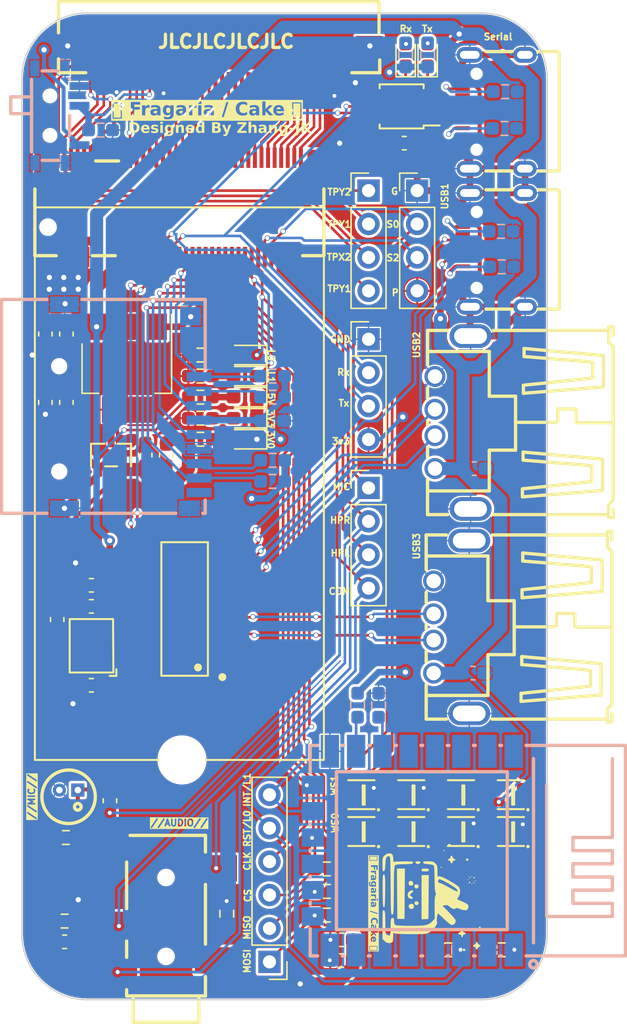
<source format=kicad_pcb>
(kicad_pcb (version 20221018) (generator pcbnew)
  (layers (0 "F.Cu" signal) (31 "B.Cu" signal) (34 "B.Paste" user) (35 "F.Paste" user) (36 "B.SilkS" user "B.Silkscreen") (37 "F.SilkS" user "F.Silkscreen") (38 "B.Mask" user) (39 "F.Mask" user) (44 "Edge.Cuts" user))
  (net 0 "")
  (net 1 "+5V")
  (net 2 "GND")
  (net 3 "+3V0")
  (net 4 "+3V3")
  (net 5 "/XOUT")
  (net 6 "/XIN")
  (net 7 "Net-(U3-VDD33)")
  (net 8 "Net-(U3-VDD18)")
  (net 9 "Net-(MIC1-OUT)")
  (net 10 "/MICIN")
  (net 11 "Net-(C19-Pad1)")
  (net 12 "/HPCOM")
  (net 13 "/SD_D2")
  (net 14 "/SD_D3")
  (net 15 "/SD_CMD")
  (net 16 "/SD_CLK")
  (net 17 "/SD_D0")
  (net 18 "/SD_D1")
  (net 20 "/TPX1")
  (net 21 "/TPX2")
  (net 22 "/TPY1")
  (net 23 "/TPY2")
  (net 25 "/LCD_VSYNC")
  (net 26 "/LCD_HSYNC")
  (net 27 "/LCD_DE")
  (net 28 "/LCD_CLK")
  (net 30 "/LCD_D23")
  (net 31 "/BD+")
  (net 32 "/LCD_D22")
  (net 33 "/BD-")
  (net 34 "/LCD_D21")
  (net 35 "/U2_TX")
  (net 36 "/LCD_D20")
  (net 37 "/U2_RX")
  (net 38 "/LCD_D19")
  (net 40 "/LCD_D18")
  (net 41 "/LCD_D17")
  (net 42 "/LCD_D16")
  (net 43 "/LCD_D15")
  (net 44 "/LCD_D14")
  (net 45 "/LCD_D13")
  (net 46 "/LCD_D12")
  (net 47 "/SPI0_CLK")
  (net 48 "/LCD_D11")
  (net 49 "/SPI0_CS")
  (net 50 "/LCD_D10")
  (net 51 "/SPI0_MISO")
  (net 52 "/LCD_D9")
  (net 53 "/SPI0_MOSI")
  (net 54 "/LCD_D8")
  (net 55 "/LED1")
  (net 56 "/LCD_D7")
  (net 57 "/LED0")
  (net 58 "/LCD_D6")
  (net 59 "/WS1")
  (net 60 "/LCD_D5")
  (net 61 "/WS0")
  (net 62 "/LCD_D4")
  (net 63 "/LCD_D3")
  (net 64 "/HPL")
  (net 65 "/LCD_D2")
  (net 66 "/HPR")
  (net 67 "/LCD_D1")
  (net 68 "/LCD_D0")
  (net 69 "Net-(CN2-Pad2)")
  (net 71 "Net-(D1-A)")
  (net 72 "Net-(D2-A)")
  (net 73 "Net-(D3-A)")
  (net 74 "Net-(D4-A)")
  (net 75 "Net-(D5-A)")
  (net 76 "Net-(D6-A)")
  (net 77 "Net-(D7-A)")
  (net 78 "/LCD_EN")
  (net 80 "Net-(LED1-DO)")
  (net 81 "Net-(LED2-DO)")
  (net 82 "Net-(LED3-DO)")
  (net 83 "Net-(LED4-DO)")
  (net 84 "Net-(LED5-DO)")
  (net 85 "Net-(LED6-DO)")
  (net 88 "Net-(USB1-CC2)")
  (net 89 "Net-(USB1-CC1)")
  (net 90 "Net-(USB2-CC2)")
  (net 91 "Net-(USB2-CC1)")
  (net 92 "Net-(U5-RST)")
  (net 93 "Net-(U5-GPIO15)")
  (net 94 "Net-(U5-GPIO2)")
  (net 97 "/DN3")
  (net 98 "/DP3")
  (net 99 "/DN2")
  (net 100 "/DP2")
  (net 101 "/DN1")
  (net 102 "/DP1")
  (net 103 "/D+")
  (net 104 "/D-")
  (footprint "Resistor_SMD:R_0603_1608Metric_Pad0.98x0.95mm_HandSolder" (layer "F.Cu") (at 153.3652 112.6744)
    (fp_text reference "R14" hide)
    (fp_text value "10KΩ" hide)
  )
  (footprint "Resistor_SMD:R_0603_1608Metric_Pad0.98x0.95mm_HandSolder" (layer "F.Cu") (at 163.6 80.8)
    (fp_text reference "R2" hide)
    (fp_text value "2kΩ" hide)
  )
  (footprint "Capacitor_SMD:C_0603_1608Metric_Pad1.08x0.95mm_HandSolder" (layer "F.Cu") (at 151.8 79.6 -90)
    (fp_text reference "C4" hide)
    (fp_text value "10uF" hide)
  )
  (footprint "kicad_lceda:LED-SMD_4P-L2.0-W2.0-TL_WS2812B-2020" (layer "F.Cu") (at 183.4388 109.4172 180)
    (fp_text reference "LED5" hide)
    (fp_text value "WS2812B-2020" hide)
  )
  (footprint "Resistor_SMD:R_0603_1608Metric_Pad0.98x0.95mm_HandSolder" (layer "F.Cu") (at 163.6 77.6)
    (fp_text reference "R10" hide)
    (fp_text value "2kΩ" hide)
  )
  (footprint "kicad_lceda:USB-C-SMD_TYPE-C-6PIN-2MD-073" (layer "F.Cu") (at 185.9409 68.0076 90)
    (fp_text reference "USB2" hide)
    (fp_text value "TYPE-C_16PIN_2MD(073)" hide)
  )
  (footprint "kicad_lceda:LED-SMD_4P-L2.0-W2.0-TL_WS2812B-2020" (layer "F.Cu") (at 179.6468 112.2172 180)
    (fp_text reference "LED4" hide)
    (fp_text value "WS2812B-2020" hide)
  )
  (footprint "Capacitor_SMD:C_0603_1608Metric_Pad1.08x0.95mm_HandSolder" (layer "F.Cu") (at 151.8 74.4 -90)
    (fp_text reference "C2" hide)
    (fp_text value "10uF" hide)
  )
  (footprint "Connector_PinHeader_2.54mm:PinHeader_1x04_P2.54mm_Vertical" (layer "F.Cu") (at 176.4 74.8)
    (fp_text reference "J2" hide)
    (fp_text value "Conn_01x04" hide)
  )
  (footprint "Resistor_SMD:R_0603_1608Metric_Pad0.98x0.95mm_HandSolder" (layer "F.Cu") (at 165.608 118.4656 90)
    (fp_text reference "R22" hide)
    (fp_text value "1KΩ" hide)
  )
  (footprint "Resistor_SMD:R_0603_1608Metric_Pad0.98x0.95mm_HandSolder" (layer "F.Cu") (at 186.5376 121.2088)
    (fp_text reference "R12" hide)
    (fp_text value "10KΩ" hide)
  )
  (footprint "Package_TO_SOT_SMD:SOT-223-3_TabPin2" (layer "F.Cu") (at 158 77 -90)
    (fp_text reference "U2" hide)
    (fp_text value "AMS1117-3.3" hide)
  )
  (footprint "kicad_lceda:LED-SMD_4P-L2.0-W2.0-TL_WS2812B-2020" (layer "F.Cu") (at 187.2308 109.4172 180)
    (fp_text reference "LED7" hide)
    (fp_text value "WS2812B-2020" hide)
  )
  (footprint "Capacitor_SMD:C_0603_1608Metric_Pad1.08x0.95mm_HandSolder" (layer "F.Cu") (at 153.4 79.6 90)
    (fp_text reference "C5" hide)
    (fp_text value "100nF" hide)
  )
  (footprint "Resistor_SMD:R_0603_1608Metric_Pad0.98x0.95mm_HandSolder" (layer "F.Cu") (at 163.6 82.4)
    (fp_text reference "R3" hide)
    (fp_text value "2kΩ" hide)
  )
  (footprint "Resistor_SMD:R_0603_1608Metric_Pad0.98x0.95mm_HandSolder" (layer "F.Cu") (at 173.228 115.062)
    (fp_text reference "R23" hide)
    (fp_text value "10KΩ" hide)
  )
  (footprint "Connector_PinHeader_2.54mm:PinHeader_1x04_P2.54mm_Vertical" (layer "F.Cu") (at 176.4 63.5)
    (fp_text reference "J1" hide)
    (fp_text value "Conn_01x04" hide)
  )
  (footprint "Resistor_SMD:R_0603_1608Metric_Pad0.98x0.95mm_HandSolder" (layer "F.Cu") (at 182.4736 121.2088)
    (fp_text reference "R13" hide)
    (fp_text value "10KΩ" hide)
  )
  (footprint "LOGO" (layer "F.Cu") (at 180.819596 117.289283 -90)
    (fp_text reference "G***" hide)
    (fp_text value "LOGO" hide)
  )
  (footprint "Capacitor_SMD:C_0603_1608Metric_Pad1.08x0.95mm_HandSolder" (layer "F.Cu") (at 159.4 83.6 -90)
    (fp_text reference "C3" hide)
    (fp_text value "0.1uF" hide)
  )
  (footprint "Capacitor_SMD:C_0603_1608Metric_Pad1.08x0.95mm_HandSolder" (layer "F.Cu") (at 153.2636 120.5992)
    (fp_text reference "C19" hide)
    (fp_text value "100nF" hide)
  )
  (footprint "kicad_lceda:USB-A-TH_USB-302-T" (layer "F.Cu") (at 182.8094 81.1276 90)
    (fp_text reference "USB4" hide)
    (fp_text value "292303-1" hide)
  )
  (footprint "LED_SMD:LED_0603_1608Metric_Pad1.05x0.95mm_HandSolder" (layer "F.Cu") (at 179.2224 53.1876 90)
    (fp_text reference "D5" hide)
    (fp_text value "LED-B" hide)
  )
  (footprint "Capacitor_SMD:C_0603_1608Metric_Pad1.08x0.95mm_HandSolder" (layer "F.Cu") (at 156.718 109.8804 -90)
    (fp_text reference "C17" hide)
    (fp_text value "2.2uF" hide)
  )
  (footprint "Capacitor_SMD:C_0603_1608Metric_Pad1.08x0.95mm_HandSolder" (layer "F.Cu") (at 155.3 101.1)
    (fp_text reference "C8" hide)
    (fp_text value "20pF" hide)
  )
  (footprint "kicad_lceda:SOP-16_L10.0-W3.9-P1.27-LS6.0-BL" (layer "F.Cu") (at 162.4 95.3 90)
    (fp_text reference "U3" hide)
    (fp_text value "SL2.1A" hide)
  )
  (footprint "LED_SMD:LED_0603_1608Metric_Pad1.05x0.95mm_HandSolder" (layer "F.Cu") (at 167 77.6 180)
    (fp_text reference "D6" hide)
    (fp_text value "LED-G" hide)
  )
  (footprint "Connector_PinHeader_2.54mm:PinHeader_1x04_P2.54mm_Vertical" (layer "F.Cu") (at 176.4 86.1)
    (fp_text reference "J4" hide)
    (fp_text value "Conn_01x04" hide)
  )
  (footprint "MountingHole:MountingHole_3.5mm" (layer "F.Cu") (at 162.2 106.775)
    (fp_text reference locked "H1" hide)
    (fp_text value locked "MountingHole" hide)
  )
  (footprint "kicad_lceda:LED-SMD_4P-L2.0-W2.0-TL_WS2812B-2020" (layer "F.Cu") (at 187.2308 112.2172 180)
    (fp_text reference "LED8" hide)
    (fp_text value "WS2812B-2020" hide)
  )
  (footprint "kicad_lceda:SOT-23-3_L3.0-W1.7-P0.95-LS2.9-BR" (layer "F.Cu") (at 156.8 83.6 -90)
    (fp_text reference "U1" hide)
    (fp_text value "XC6206P302MR_C347375" hide)
  )
  (footprint "Capacitor_SMD:C_0603_1608Metric_Pad1.08x0.95mm_HandSolder" (layer "F.Cu") (at 174.3456 120.4468 180)
    (fp_text reference "C15" hide)
    (fp_text value "10uF" hide)
  )
  (footprint "Resistor_SMD:R_0603_1608Metric_Pad0.98x0.95mm_HandSolder" (layer "F.Cu") (at 153.2636 119.0244 180)
    (fp_text reference "R21" hide)
    (fp_text value "22Ω" hide)
  )
  (footprint "Capacitor_SMD:C_0603_1608Metric_Pad1.08x0.95mm_HandSolder" (layer "F.Cu") (at 152.7 96.1 90)
    (fp_text reference "C7" hide)
    (fp_text value "20pF" hide)
  )
  (footprint "kicad_lceda:AUDIO-SMD_PJ-327A5JJ" (layer "F.Cu") (at 160.9852 118.1608 180)
    (fp_text reference "CN2" hide)
    (fp_text value "PJ-327A_5JJ" hide)
  )
  (footprint "kicad_lceda:LED-SMD_4P-L2.0-W2.0-TL_WS2812B-2020" (layer "F.Cu") (at 179.6468 109.4172 180)
    (fp_text reference "LED3" hide)
    (fp_text value "WS2812B-2020" hide)
  )
  (footprint "LED_SMD:LED_0603_1608Metric_Pad1.05x0.95mm_HandSolder" (layer "F.Cu") (at 167 80.8 180)
    (fp_text reference "D2" hide)
    (fp_text value "LED-R" hide)
  )
  (footprint "LED_SMD:LED_0603_1608Metric_Pad1.05x0.95mm_HandSolder" (layer "F.Cu") (at 180.8988 53.1876 90)
    (fp_text reference "D7" hide)
    (fp_text value "LED-G" hide)
  )
  (footprint "Resistor_SMD:R_0603_1608Metric_Pad0.98x0.95mm_HandSolder" (layer "F.Cu") (at 173.228 116.7672)
    (fp_text reference "R24" hide)
    (fp_text value "10KΩ" hide)
  )
  (footprint "Capacitor_SMD:C_0603_1608Metric_Pad1.08x0.95mm_HandSolder" (layer "F.Cu") (at 174.3456 122.0216 180)
    (fp_text reference "C16" hide)
    (fp_text value "100nF" hide)
  )
  (footprint "LED_SMD:LED_0603_1608Metric_Pad1.05x0.95mm_HandSolder" (layer "F.Cu") (at 167 79.2 180)
    (fp_text reference "D1" hide)
    (fp_text value "LED-R" hide)
  )
  (footprint "kicad_lceda:FPC-SMD_P0.50-40P_FGS-XJ-H2.0" (layer "F.Cu") (at 165 53.8385)
    (fp_text reference "FPC1" hide)
    (fp_text value "AFC01-S40FCA-00" hide)
  )
  (footprint "Capacitor_SMD:C_0603_1608Metric_Pad1.08x0.95mm_HandSolder" (layer "F.Cu") (at 155.3 93.5 180)
    (fp_text reference "C9" hide)
    (fp_text value "10uF" hide)
  )
  (footprint "Resistor_SMD:R_0603_1608Metric_Pad0.98x0.95mm_HandSolder" (layer "F.Cu") (at 163.6 76)
    (fp_text reference "R8" hide)
    (fp_text value "2kΩ" hide)
  )
  (footprint "LED_SMD:LED_0603_1608Metric_Pad1.05x0.95mm_HandSolder" (layer "F.Cu") (at 167 76 180)
    (fp_text reference "D4" hide)
    (fp_text value "LED-R" hide)
  )
  (footprint "Capacitor_SMD:C_0603_1608Metric_Pad1.08x0.95mm_HandSolder" (layer "F.Cu") (at 153.4 74.4 -90)
    (fp_text reference "C1" hide)
    (fp_text value "100nF" hide)
  )
  (footprint "Capacitor_SMD:C_0603_1608Metric_Pad1.08x0.95mm_HandSolder" (layer "F.Cu") (at 155.3 95.1 180)
    (fp_text reference "C10" hide)
    (fp_text value "10uF" hide)
  )
  (footprint "kicad_lceda:LED-SMD_4P-L2.0-W2.0-TL_WS2812B-2020" (layer "F.Cu") (at 175.8548 112.2172 180)
    (fp_text reference "LED2" hide)
    (fp_text value "WS2812B-2020" hide)
  )
  (footprint "kicad_lceda:LED-SMD_4P-L2.0-W2.0-TL_WS2812B-2020" (layer "F.Cu") (at 183.4388 112.2172 180)
    (fp_text reference "LED6" hide)
    (fp_text value "WS2812B-2020" hide)
  )
  (footprint "LED_SMD:LED_0603_1608Metric_Pad1.05x0.95mm_HandSolder" (layer "F.Cu") (at 167 82.4 180)
    (fp_text reference "D3" hide)
    (fp_text value "LED-R" hide)
  )
  (footprint "Resistor_SMD:R_0603_1608Metric_Pad0.98x0.95mm_HandSolder" (layer "F.Cu") (at 173.228 118.5672)
    (fp_text reference "R25" hide)
    (fp_text value "10KΩ" hide)
  )
  (footprint "Package_SO:MSOP-10_3x3mm_P0.5mm" (layer "F.Cu") (at 178.9176 57.0992 180)
    (fp_text reference "U4" hide)
    (fp_text value "CH340E" hide)
  )
  (footprint "kicad_lceda:CONN-SMD_AS0BC21-S30BB-7H" (layer "F.Cu") (at 162 64.775)
    (fp_text reference "CN1" hide)
    (fp_text value "AS0BC21-S40BB-7H" hide)
  )
  (footprint "kicad_lceda:USB-A-TH_USB-302-T" (layer "F.Cu") (at 182.7078 96.6724 90)
    (fp_text reference "USB5" hide)
    (fp_text value "292303-1" hide)
  )
  (footprint "Resistor_SMD:R_0603_1608Metric_Pad0.98x0.95mm_HandSolder" (layer "F.Cu") (at 163.6 79.2)
    (fp_text reference "R1" hide)
    (fp_text value "2kΩ" hide)
  )
  (footprint "Capacitor_SMD:C_0603_1608Metric_Pad1.08x0.95mm_HandSolder" (layer "F.Cu") (at 179.1208 59.8932 180)
    (fp_text reference "C11" hide)
    (fp_text value "0.1uF" hide)
  )
  (footprint "Connector_PinHeader_2.54mm:PinHeader_1x06_P2.54mm_Vertical" (layer "F.Cu") (at 168.8592 122.1232 180)
    (fp_text reference "J3" hide)
    (fp_text value "Conn_01x06" hide)
  )
  (footprint "Capacitor_SMD:C_0603_1608Metric_Pad1.08x0.95mm_HandSolder" (layer "F.Cu") (at 161 83.6 90)
    (fp_text reference "C6" hide)
    (fp_text value "10uF" hide)
  )
  (footprint "kicad_lceda:OSC-SMD_4P-L3.2-W2.5-BL" (layer "F.Cu") (at 155.3 98.1 90)
    (fp_text reference "X1" hide)
    (fp_text value "X322512MSB4SI" hide)
  )
  (footprint "kicad_lceda:LED-SMD_4P-L2.0-W2.0-TL_WS2812B-2020" (layer "F.Cu") (at 175.8548 109.4172 180)
    (fp_text reference "LED1" hide)
    (fp_text value "WS2812B-2020" hide)
  )
  (footprint "kicad_lceda:USB-C-SMD_TYPE-C-6PIN-2MD-073" (layer "F.Cu") (at 185.928 57.5056 90)
    (fp_text reference "USB1" hide)
    (fp_text value "TYPE-C_16PIN_2MD(073)" hide)
  )
  (footprint "Connector_PinHeader_2.54mm:PinHeader_1x04_P2.54mm_Vertical" (layer "F.Cu") (at 180.1 63.5)
    (fp_text reference "J5" hide)
    (fp_text value "Conn_01x04" hide)
  )
  (footprint "kicad_lceda:MIC-TH_BD4.0-P1.40-D0.3-L" (layer "F.Cu") (at 153.5684 109.0676)
    (fp_text reference "MIC1" hide)
    (fp_text value "B4012AP422-003" hide)
  )
  (footprint "kicad_lceda:SW-TH_MSK12C02" (layer "B.Cu") (at 152.6975 57.8 90)
    (fp_text reference "SW1" hide)
    (fp_text value "MSK12C02" hide)
  )
  (footprint "Resistor_SMD:R_0603_1608Metric_Pad0.98x0.95mm_HandSolder" (layer "B.Cu") (at 169.1 79.2 180)
    (fp_text reference "R18" hide)
    (fp_text value "47kΩ" hide)
  )
  (footprint "Resistor_SMD:R_0603_1608Metric_Pad0.98x0.95mm_HandSolder" (layer "B.Cu") (at 186.5293 69.2912)
    (fp_text reference "R7" hide)
    (fp_text value "5.1kΩ" hide)
  )
  (footprint "Resistor_SMD:R_0603_1608Metric_Pad0.98x0.95mm_HandSolder" (layer "B.Cu") (at 186.7408 58.7756)
    (fp_text reference "R5" hide)
    (fp_text value "5.1kΩ" hide)
  )
  (footprint "Resistor_SMD:R_0603_1608Metric_Pad0.98x0.95mm_HandSolder" (layer "B.Cu") (at 180.8988 53.1876 90)
    (fp_text reference "R11" hide)
    (fp_text value "2kΩ" hide)
  )
  (footprint "Resistor_SMD:R_0603_1608Metric_Pad0.98x0.95mm_HandSolder" (layer "B.Cu") (at 169.1 77.6 180)
    (fp_text reference "R17" hide)
    (fp_text value "47kΩ" hide)
  )
  (footprint "Resistor_SMD:R_0603_1608Metric_Pad0.98x0.95mm_HandSolder" (layer "B.Cu") (at 179.2224 53.1876 90)
    (fp_text reference "R9" hide)
    (fp_text value "2kΩ" hide)
  )
  (footprint "Resistor_SMD:R_0603_1608Metric_Pad0.98x0.95mm_HandSolder" (layer "B.Cu") (at 156 58.9)
    (fp_text reference "R26" hide)
    (fp_text value "10KΩ" hide)
  )
  (footprint "Resistor_SMD:R_0603_1608Metric_Pad0.98x0.95mm_HandSolder" (layer "B.Cu") (at 169.1 85.6 180)
    (fp_text reference "R20" hide)
    (fp_text value "47kΩ" hide)
  )
  (footprint "kicad_lceda:WIFIM-SMD_ESP-12F-ESP8266MOD" (layer "B.Cu") (at 179.8043 113.669 180)
    (fp_text reference "U5" hide)
    (fp_text value "ESP-12F(ESP8266MOD)" hide)
  )
  (footprint "Resistor_SMD:R_0603_1608Metric_Pad0.98x0.95mm_HandSolder" (layer "B.Cu") (at 175.5648 102.616 -90)
    (fp_text reference "R15" hide)
    (fp_text value "10KΩ" hide)
  )
  (footprint "Resistor_SMD:R_0603_1608Metric_Pad0.98x0.95mm_HandSolder" (layer "B.Cu") (at 186.7916 55.9816)
    (fp_text reference "R4" hide)
    (fp_text value "5.1kΩ" hide)
  )
  (footprint "Resistor_SMD:R_0603_1608Metric_Pad0.98x0.95mm_HandSolder" (layer "B.Cu") (at 186.4785 66.5988)
    (fp_text reference "R6" hide)
    (fp_text value "5.1kΩ" hide)
  )
  (footprint "Resistor_SMD:R_0603_1608Metric_Pad0.98x0.95mm_HandSolder" (layer "B.Cu") (at 169.1 84 180)
    (fp_text reference "R19" hide)
    (fp_text value "47kΩ" hide)
  )
  (footprint "Capacitor_SMD:C_0603_1608Metric_Pad1.08x0.95mm_HandSolder" (layer "B.Cu") (at 184.3532 100.1776 180)
    (fp_text reference "C13" hide)
    (fp_text value "100nF" hide)
  )
  (footprint "kicad_lceda:TF-SMD_MR01A-01211" (layer "B.Cu") (at 158.379 79.9 90)
    (fp_text reference "Card1" hide)
    (fp_text value "MR01A-01211" hide)
  )
  (footprint "Resistor_SMD:R_0603_1608Metric_Pad0.98x0.95mm_HandSolder" (layer "B.Cu") (at 177.1648 102.616 -90)
    (fp_text reference "R16" hide)
    (fp_text value "10KΩ" hide)
  )
  (footprint "Capacitor_SMD:C_0603_1608Metric_Pad1.08x0.95mm_HandSolder" (layer "B.Cu") (at 184.4465 84.6328 180)
    (fp_text reference "C14" hide)
    (fp_text value "100nF" hide)
  )
  (footprint "Capacitor_SMD:C_0603_1608Metric_Pad1.08x0.95mm_HandSolder" (layer "B.Cu") (at 169.1 81 180)
    (fp_text reference "C18" hide)
    (fp_text value "0.1uF" hide)
  )
  (gr_line locked (start 151 64.775) (end 173 64.775) (stroke (width 0.15)) (layer "F.SilkS"))
  (gr_line locked (start 173 64.775) (end 173 106.775) (stroke (width 0.15)) (layer "F.SilkS"))
  (gr_line locked (start 173 106.775) (end 151 106.775) (stroke (width 0.15)) (layer "F.SilkS"))
  (gr_line locked (start 151 106.775) (end 151 64.775) (stroke (width 0.15)) (layer "F.SilkS"))
  (gr_line locked (start 150 120) (end 150 55) (stroke (width 0.1)) (layer "Edge.Cuts"))
  (gr_arc locked (start 190 120) (mid 188.535534 123.535534) (end 185 125) (stroke (width 0.1)) (layer "Edge.Cuts"))
  (gr_arc locked (start 185 50) (mid 188.535534 51.464466) (end 190 55) (stroke (width 0.1)) (layer "Edge.Cuts"))
  (gr_line locked (start 185 125) (end 155 125) (stroke (width 0.1)) (layer "Edge.Cuts"))
  (gr_arc locked (start 150 55) (mid 151.464466 51.464466) (end 155 50) (stroke (width 0.1)) (layer "Edge.Cuts"))
  (gr_line locked (start 190 55) (end 190 120) (stroke (width 0.1)) (layer "Edge.Cuts"))
  (gr_arc locked (start 155 125) (mid 151.464466 123.535534) (end 150 120) (stroke (width 0.1)) (layer "Edge.Cuts"))
  (gr_line locked (start 155 50) (end 185 50) (stroke (width 0.1)) (layer "Edge.Cuts"))
  (gr_text "USB3" (at 180.35 91.6 90) (layer "F.SilkS") (effects (font (size 0.5 0.5) (thickness 0.12) bold) (justify left bottom)))
  (gr_text "Tx" (at 174.05 79.95) (layer "F.SilkS") (effects (font (size 0.5 0.5) (thickness 0.12) bold) (justify left bottom)))
  (gr_text "USB1" (at 182.5 65 90) (layer "F.SilkS") (effects (font (size 0.5 0.5) (thickness 0.12) bold) (justify left bottom)))
  (gr_text "//MIC//" (at 151.05 111.35 90) (layer "F.SilkS" knockout) (effects (font (size 0.5 0.5) (thickness 0.12) bold) (justify left bottom)))
  (gr_text "MIC" (at 173.6 86.3) (layer "F.SilkS") (effects (font (size 0.5 0.5) (thickness 0.12) bold) (justify left bottom)))
  (gr_text "S2\n" (at 177.7 68.9) (layer "F.SilkS") (effects (font (size 0.5 0.5) (thickness 0.12) bold) (justify left bottom)))
  (gr_text "5V\n" (at 168.7 78.8 -90) (layer "F.SilkS") (effects (font (size 0.5 0.5) (thickness 0.12) bold) (justify left bottom)))
  (gr_text "MOSI\n" (at 167.45 123.05 90) (layer "F.SilkS") (effects (font (size 0.5 0.5) (thickness 0.12) bold) (justify left bottom)))
  (gr_text "GND" (at 173.4 75.1) (layer "F.SilkS") (effects (font (size 0.5 0.5) (thickness 0.12) bold) (justify left bottom)))
  (gr_text "Rx" (at 178.7 51.5) (layer "F.SilkS") (effects (font (size 0.5 0.5) (thickness 0.12) bold) (justify left bottom)))
  (gr_text "TPX2" (at 173.15 68.85) (layer "F.SilkS") (effects (font (size 0.5 0.5) (thickness 0.12) bold) (justify left bottom)))
  (gr_text "CLK\n" (at 167.45 115.25 90) (layer "F.SilkS") (effects (font (size 0.5 0.5) (thickness 0.12) bold) (justify left bottom)))
  (gr_text "USB2\n" (at 180.35 76.3 90) (layer "F.SilkS") (effects (font (size 0.5 0.5) (thickness 0.12) bold) (justify left bottom)))
  (gr_text "Designed By Zhang-JK" (at 158.1 59.25) (layer "F.SilkS") (effects (font (size 0.8 0.8) (thickness 0.075) bold) (justify left bottom)))
  (gr_text "INT/L1" (at 167.45 110.4 90) (layer "F.SilkS") (effects (font (size 0.5 0.5) (thickness 0.12) bold) (justify left bottom)))
  (gr_text "S0" (at 177.7 66.35) (layer "F.SilkS") (effects (font (size 0.5 0.5) (thickness 0.12) bold) (justify left bottom)))
  (gr_text "HPL" (at 173.45 91.35) (layer "F.SilkS") (effects (font (size 0.5 0.5) (thickness 0.12) bold) (justify left bottom)))
  (gr_text "L0\n" (at 168.7 75.5 -90) (layer "F.SilkS") (effects (font (size 0.5 0.5) (thickness 0.12) bold) (justify left bottom)))
  (gr_text "3V0" (at 168.66 81.665 -90) (layer "F.SilkS") (effects (font (size 0.5 0.5) (thickness 0.12) bold) (justify left bottom)))
  (gr_text " Fragaria / Cake " (at 156.85 57.95) (layer "F.SilkS" knockout) (effects (font (size 1 1) (thickness 0.125) bold) (justify left bottom)))
  (gr_text "Serial\n" (at 185.1 52.1) (layer "F.SilkS") (effects (font (size 0.5 0.5) (thickness 0.12) bold) (justify left bottom)))
  (gr_text "MISO" (at 167.45 120.5 90) (layer "F.SilkS") (effects (font (size 0.5 0.5) (thickness 0.12) bold) (justify left bottom)))
  (gr_text "HPR" (at 173.4 88.85) (layer "F.SilkS") (effects (font (size 0.5 0.5) (thickness 0.12) bold) (justify left bottom)))
  (gr_text "CS" (at 167.5 117.65 90) (layer "F.SilkS") (effects (font (size 0.5 0.5) (thickness 0.12) bold) (justify left bottom)))
  (gr_text "P" (at 178.1 71.55) (layer "F.SilkS") (effects (font (size 0.5 0.5) (thickness 0.12) bold) (justify left bottom)))
  (gr_text "WS0" (at 174.15 112.4 90) (layer "F.SilkS") (effects (font (size 0.5 0.5) (thickness 0.12) bold) (justify left bottom)))
  (gr_text "COM" (at 173.3 94.25) (layer "F.SilkS") (effects (font (size 0.5 0.5) (thickness 0.12) bold) (justify left bottom)))
  (gr_text "TPY1" (at 173.2 66.35) (layer "F.SilkS") (effects (font (size 0.5 0.5) (thickness 0.12) bold) (justify left bottom)))
  (gr_text "L1" (at 168.7 77.15 -90) (layer "F.SilkS") (effects (font (size 0.5 0.5) (thickness 0.12) bold) (justify left bottom)))
  (gr_text "JLCJLCJLCJLC" (at 160.25 52.75) (layer "F.SilkS") (effects (font (size 1 1) (thickness 0.25) bold) (justify left bottom)))
  (gr_text " Fragaria / Cake " (at 176.5 114.05 -90) (layer "F.SilkS" knockout) (effects (font (size 0.5 0.5) (thickness 0.125) bold) (justify left bottom)))
  (gr_text "//AUDIO//" (at 159.75 111.85) (layer "F.SilkS" knockout) (effects (font (size 0.5 0.5) (thickness 0.12) bold) (justify left bottom)))
  (gr_text "TPY1" (at 173.2 71.25) (layer "F.SilkS") (effects (font (size 0.5 0.5) (thickness 0.12) bold) (justify left bottom)))
  (gr_text "TPY2\n" (at 173.2 63.9) (layer "F.SilkS") (effects (font (size 0.5 0.5) (thickness 0.12) bold) (justify left bottom)))
  (gr_text "Rx" (at 173.95 77.6) (layer "F.SilkS") (effects (font (size 0.5 0.5) (thickness 0.12) bold) (justify left bottom)))
  (gr_text "G" (at 178.05 63.85) (layer "F.SilkS") (effects (font (size 0.5 0.5) (thickness 0.12) bold) (justify left bottom)))
  (gr_text "3V3" (at 168.66 80.065 -90) (layer "F.SilkS") (effects (font (size 0.5 0.5) (thickness 0.12) bold) (justify left bottom)))
  (gr_text "WS1" (at 174.1 109.55 90) (layer "F.SilkS") (effects (font (size 0.5 0.5) (thickness 0.12) bold) (justify left bottom)))
  (gr_text "Tx" (at 180.4 51.5) (layer "F.SilkS") (effects (font (size 0.5 0.5) (thickness 0.12) bold) (justify left bottom)))
  (gr_text "3v3" (at 173.55 82.85) (layer "F.SilkS") (effects (font (size 0.5 0.5) (thickness 0.12) bold) (justify left bottom)))
  (gr_text "RST/L0" (at 167.45 113.45 90) (layer "F.SilkS") (effects (font (size 0.5 0.5) (thickness 0.12) bold) (justify left bottom)))
  (segment (start 182.553 54.791996) (end 182.866604 55.1056) (width 0.5) (layer "F.Cu") (net 1))
  (segment (start 156.7 91.435912) (end 156.7 90.1) (width 0.5) (layer "F.Cu") (net 1))
  (segment (start 184.103 55.1056) (end 184.853 55.8556) (width 0.3) (layer "F.Cu") (net 1))
  (segment (start 186.3158 109.9672) (end 187.0658 110.7172) (width 0.2) (layer "F.Cu") (net 1))
  (segment (start 179.3818 113.4172) (end 178.7318 112.7672) (width 0.2) (layer "F.Cu") (net 1))
  (segment (start 186.440064 112.7672) (end 186.3158 112.7672) (width 0.2) (layer "F.Cu") (net 1))
  (segment (start 183.3 51.6) (end 182.553 52.347) (width 0.5) (layer "F.Cu") (net 1))
  (segment (start 153.7125 73.85) (end 153.4 73.5375) (width 1) (layer "F.Cu") (net 1))
  (segment (start 162.6875 79.2) (end 160.1875 81.7) (width 0.2) (layer "F.Cu") (net 1))
  (segment (start 185.6658 113.4172) (end 183.1738 113.4172) (width 0.2) (layer "F.Cu") (net 1))
  (segment (start 179.3818 110.6172) (end 181.8738 110.6172) (width 0.2) (layer "F.Cu") (net 1))
  (segment (start 185.6658 110.6172) (end 186.3158 109.9672) (width 0.2) (layer "F.Cu") (net 1))
  (segment (start 182.866604 55.1056) (end 183.553 55.1056) (width 0.5) (layer "F.Cu") (net 1))
  (segment (start 183.1738 113.4172) (end 182.5238 112.7672) (width 0.2) (layer "F.Cu") (net 1))
  (segment (start 184.8659 69.6576) (end 184.1159 70.4076) (width 0.3) (layer "F.Cu") (net 1))
  (segment (start 181.86933 73.23067) (end 181.86933 71.417774) (width 0.5) (layer "F.Cu") (net 1))
  (segment (start 175.5898 110.6172) (end 178.0818 110.6172) (width 0.2) (layer "F.Cu") (net 1))
  (segment (start 184.1159 70.4076) (end 183.5659 70.4076) (width 0.3) (layer "F.Cu") (net 1))
  (segment (start 184.8659 66.3576) (end 184.8659 69.6576) (width 0.3) (layer "F.Cu") (net 1))
  (segment (start 184.853 55.8556) (end 184.853 59.247) (width 0.3) (layer "F.Cu") (net 1))
  (segment (start 158.659088 93.395) (end 156.7 91.435912) (width 0.5) (layer "F.Cu") (net 1))
  (segment (start 175.5898 113.4172) (end 174.9398 112.7672) (width 0.2) (layer "F.Cu") (net 1))
  (segment (start 160.1875 81.7) (end 157.8 81.7) (width 0.2) (layer "F.Cu") (net 1))
  (segment (start 186.3158 112.7672) (end 185.6658 113.4172) (width 0.2) (layer "F.Cu") (net 1))
  (segment (start 181.8738 113.4172) (end 179.3818 113.4172) (width 0.2) (layer "F.Cu") (net 1))
  (segment (start 155.7 70.85) (end 158 68.55) (width 1) (layer "F.Cu") (net 1))
  (segment (start 174.9398 109.9672) (end 175.5898 110.6172) (width 0.2) (layer "F.Cu") (net 1))
  (segment (start 182.5238 109.9672) (end 183.1738 110.6172) (width 0.2) (layer "F.Cu") (net 1))
  (segment (start 183.1738 110.6172) (end 185.6658 110.6172) (width 0.2) (layer "F.Cu") (net 1))
  (segment (start 178.0818 113.4172) (end 175.5898 113.4172) (width 0.2) (layer "F.Cu") (net 1))
  (segment (start 181.8738 110.6172) (end 182.5238 109.9672) (width 0.2) (layer "F.Cu") (net 1))
  (segment (start 183.553 55.1056) (end 184.103 55.1056) (width 0.3) (layer "F.Cu") (net 1))
  (segment (start 184.1944 59.9056) (end 183.553 59.9056) (width 0.3) (layer "F.Cu") (net 1))
  (segment (start 182.553 52.347) (end 182.553 54.791996) (width 0.5) (layer "F.Cu") (net 1))
  (segment (start 184.853 59.247) (end 184.1944 59.9056) (width 0.3) (layer "F.Cu") (net 1))
  (segment (start 155.7 73.85) (end 155.7 70.85) (width 1) (layer "F.Cu") (net 1))
  (segment (start 159.528 93.395) (end 158.659088 93.395) (width 0.5) (layer "F.Cu") (net 1))
  (segment (start 178.0818 110.6172) (end 178.7318 109.9672) (width 0.2) (layer "F.Cu") (net 1))
  (segment (start 178.7318 112.7672) (end 178.0818 113.4172) (width 0.2) (layer "F.Cu") (net 1))
  (segment (start 187.0658 112.141464) (end 186.440064 112.7672) (width 0.2) (layer "F.Cu") (net 1))
  (segment (start 158 68.55) (end 159.15 68.55) (width 1) (layer "F.Cu") (net 1))
  (segment (start 181.86933 71.417774) (end 182.879504 70.4076) (width 0.5) (layer "F.Cu") (net 1))
  (segment (start 184.1159 65.6076) (end 184.8659 66.3576) (width 0.3) (layer "F.Cu") (net 1))
  (segment (start 182.879504 70.4076) (end 183.5659 70.4076) (width 0.5) (layer "F.Cu") (net 1))
  (segment (start 183.5659 65.6076) (end 184.1159 65.6076) (width 0.3) (layer "F.Cu") (net 1))
  (segment (start 155.7 73.85) (end 153.7125 73.85) (width 1) (layer "F.Cu") (net 1))
  (segment (start 178.7318 109.9672) (end 179.3818 110.6172) (width 0.2) (layer "F.Cu") (net 1))
  (segment (start 182.5238 112.7672) (end 181.8738 113.4172) (width 0.2) (layer "F.Cu") (net 1))
  (segment (start 153.4 73.5375) (end 151.8 73.5375) (width 1) (layer "F.Cu") (net 1))
  (segment (start 187.0658 110.7172) (end 187.0658 112.141464) (width 0.2) (layer "F.Cu") (net 1))
  (via (at 181.86933 73.23067) (size 0.8) (drill 0.4) (layers "F.Cu" "B.Cu") (net 1))
  (via (at 157.8 81.7) (size 0.4) (drill 0.3) (layers "F.Cu" "B.Cu") (net 1))
  (via (at 156.7 90.1) (size 0.8) (drill 0.4) (layers "F.Cu" "B.Cu") (net 1))
  (via (at 155.7 73.85) (size 0.8) (drill 0.4) (layers "F.Cu" "B.Cu") (net 1))
  (via (at 183.3 51.6) (size 0.8) (drill 0.4) (layers "F.Cu" "B.Cu") (net 1))
  (via (at 186.3158 109.9672) (size 0.4) (drill 0.3) (layers "F.Cu" "B.Cu") (net 1))
  (segment (start 187.9826 64.9826) (end 187.477422 64.9826) (width 1) (layer "B.Cu") (net 1))
  (segment (start 183.889164 100.1776) (end 188.4553 104.743736) (width 0.2) (layer "B.Cu") (net 1))
  (segment (start 183.4907 100.1776) (end 183.889164 100.1776) (width 0.2) (layer "B.Cu") (net 1))
  (segment (start 188.1 54.4806) (end 187.464522 54.4806) (width 1) (layer "B.Cu") (net 1))
  (segment (start 187.9494 59.9506) (end 188.291626 59.9506) (width 1) (layer "B.Cu") (net 1))
  (segment (start 183.4907 99.7026) (end 186.45947 96.73383) (width 1) (layer "B.Cu") (net 1))
  (segment (start 186.7 64.205178) (end 186.7 61.2) (width 1) (layer "B.Cu") (net 1))
  (segment (start 183.4907 100.1776) (end 181.358 100.1776) (width 1) (layer "B.Cu") (net 1))
  (segment (start 185.327798 85.9) (end 184.6672 85.9) (width 1) (layer "B.Cu") (net 1))
  (segment (start 183.584 76.938198) (end 181.86933 75.223528) (width 1) (layer "B.Cu") (net 1))
  (segment (start 155.7 65.3) (end 155.7 73.85) (width 1) (layer "B.Cu") (net 1))
  (segment (start 157.8 81.7) (end 155.7 83.8) (width 0.2) (layer "B.Cu") (net 1))
  (segment (start 183.584 84.6328) (end 181.4596 84.6328) (width 1) (layer "B.Cu") (net 1))
  (segment (start 181.4596 84.6328) (end 181.4544 84.6276) (width 1) (layer "B.Cu") (net 1))
  (segment (start 169.9124 51.0876) (end 155.7 65.3) (width 1) (layer "B.Cu") (net 1))
  (segment (start 183.584 84.6328) (end 183.584 76.938198) (width 1) (layer "B.Cu") (net 1))
  (segment (start 188.4553 104.743736) (end 188.4553 107.8447) (width 0.2) (layer "B.Cu") (net 1))
  (segment (start 188.8916 59.350626) (end 188.8916 55.2722) (width 1) (layer "B.Cu") (net 1))
  (segment (start 187.464522 54.4806) (end 185.803 52.819078) (width 1) (layer "B.Cu") (net 1))
  (segment (start 188.080126 70.4662) (end 188.7 69.846326) (width 1) (layer "B.Cu") (net 1))
  (segment (start 155.7 81.8) (end 155.7 73.85) (width 0.5) (layer "B.Cu") (net 1))
  (segment (start 188.291626 59.9506) (end 188.8916 59.350626) (width 1) (layer "B.Cu") (net 1))
  (segment (start 181.86933 75.223528) (end 181.86933 73.23067) (width 1) (layer "B.Cu") (net 1))
  (segment (start 184.8 51.6) (end 183.3 51.6) (width 1) (layer "B.Cu") (net 1))
  (segment (start 188.7 65.7) (end 187.9826 64.9826) (width 1) (layer "B.Cu") (net 1))
  (segment (start 186.45947 96.73383) (end 186.45947 87.031672) (width 1) (layer "B.Cu") (net 1))
  (segment (start 188.4553 107.8447) (end 186.3158 109.9842) (width 0.2) (layer "B.Cu") (net 1))
  (segment (start 186.7 61.2) (end 187.9494 59.9506) (width 1) (layer "B.Cu") (net 1))
  (segment (start 185.803 52.819078) (end 185.803 52.603) (width 1) (layer "B.Cu") (net 1))
  (segment (start 187.477422 64.9826) (end 186.7 64.205178) (width 1) (layer "B.Cu") (net 1))
  (segment (start 155.8 81.7) (end 155.7 81.8) (width 0.2) (layer "B.Cu") (net 1))
  (segment (start 183.584 76.938198) (end 184.7448 76.938198) (width 1) (layer "B.Cu") (net 1))
  (segment (start 182.7876 51.0876) (end 169.9124 51.0876) (width 1) (layer "B.Cu") (net 1))
  (segment (start 186.7159 74.967098) (end 186.7159 71.7503) (width 1) (layer "B.Cu") (net 1))
  (segment (start 185.803 52.603) (end 184.8 51.6) (width 1) (layer "B.Cu") (net 1))
  (segment (start 155.7 89.1) (end 155.7 83.9) (width 0.5) (layer "B.Cu") (net 1))
  (segment (start 188 70.4662) (end 188.080126 70.4662) (width 1) (layer "B.Cu") (net 1))
  (segment (start 183.4907 100.1776) (end 183.4907 99.7026) (width 1) (layer "B.Cu") (net 1))
  (segment (start 155.7 83.9) (end 155.7 81.8) (width 0.5) (layer "B.Cu") (net 1))
  (segment (start 186.7159 71.7503) (end 188 70.4662) (width 1) (layer "B.Cu") (net 1))
  (segment (start 183.3 51.6) (end 182.7876 51.0876) (width 1) (layer "B.Cu") (net 1))
  (segment (start 183.584 84.8168) (end 183.584 84.6328) (width 1) (layer "B.Cu") (net 1))
  (segment (start 155.7 83.8) (end 155.7 83.9) (width 0.2) (layer "B.Cu") (net 1))
  (segment (start 188.7 69.846326) (end 188.7 65.7) (width 1) (layer "B.Cu") (net 1))
  (segment (start 186.3158 109.9842) (end 186.3158 109.9672) (width 0.2) (layer "B.Cu") (net 1))
  (segment (start 186.45947 87.031672) (end 185.327798 85.9) (width 1) (layer "B.Cu") (net 1))
  (segment (start 156.7 90.1) (end 155.7 89.1) (width 0.5) (layer "B.Cu") (net 1))
  (segment (start 181.358 100.1776) (end 181.3528 100.1724) (width 1) (layer "B.Cu") (net 1))
  (segment (start 184.6672 85.9) (end 183.584 84.8168) (width 1) (layer "B.Cu") (net 1))
  (segment (start 188.8916 55.2722) (end 188.1 54.4806) (width 1) (layer "B.Cu") (net 1))
  (segment (start 184.7448 76.938198) (end 186.7159 74.967098) (width 1) (layer "B.Cu") (net 1))
  (segment (start 172.35 61.775) (end 172.35 61.75) (width 1) (layer "F.Cu") (net 2))
  (segment (start 176.7698 108.8672) (end 176.8 108.837) (width 0.2) (layer "F.Cu") (net 2))
  (segment (start 185.0038 108.2172) (end 187.4958 108.2172) (width 0.2) (layer "F.Cu") (net 2))
  (segment (start 160.75 55.1385) (end 160.75 56.05) (width 0.2) (layer "F.Cu") (net 2))
  (segment (start 159.4 82.7375) (end 158.67 83.4675) (width 0.5) (layer "F.Cu") (net 2))
  (segment (start 151.8 80.5) (end 151.8 80.3375) (width 0.5) (layer "F.Cu") (net 2))
  (segment (start 179.9118 111.0172) (end 180.5618 111.6672) (width 0.2) (layer "F.Cu") (net 2))
  (segment (start 153.5 65) (end 153.5 68.55) (width 1) (layer "F.Cu") (net 2))
  (segment (start 183.5659 71.2076) (end 183.5659 71.7826) (width 0.5) (layer "F.Cu") (net 2))
  (segment (start 172.35 61.75) (end 174.2 59.9) (width 1) (layer "F.Cu") (net 2))
  (segment (start 184.103 61.8306) (end 188.303 61.8306) (width 0.5) (layer "F.Cu") (net 2))
  (segment (start 183.5659 64.2326) (end 184.1159 63.6826) (width 0.5) (layer "F.Cu") (net 2))
  (segment (start 156.175 96.813604) (end 154.461396 95.1) (width 0.5) (layer "F.Cu") (net 2))
  (segment (start 151.8 75.2625) (end 151.5375 75.2625) (width 0.5) (layer "F.Cu") (net 2))
  (segment (start 157.25 55.1385) (end 157.25 55.995208) (width 0.2) (layer "F.Cu") (net 2))
  (segment (start 180.5618 111.6672) (end 181.2118 111.0172) (width 0.2) (layer "F.Cu") (net 2))
  (segment (start 186.0909 74.5576) (end 188.3159 72.3326) (width 0.5) (layer "F.Cu") (net 2))
  (segment (start 175.2081 122.0216) (end 175.2081 122.4966) (width 1) (layer "F.Cu") (net 2))
  (segment (start 183.553 53.7306) (end 184.103 53.1806) (width 0.5) (layer "F.Cu") (net 2))
  (segment (start 161 84.3375) (end 159.4 82.7375) (width 0.5) (layer "F.Cu") (net 2))
  (segment (start 187.4958 108.2172) (end 188.1458 108.8672) (width 0.2) (layer "F.Cu") (net 2))
  (segment (start 180.1 60.0099) (end 179.9833 59.8932) (width 0.5) (layer "F.Cu") (net 2))
  (segment (start 184.103 53.1806) (end 188.303 53.1806) (width 0.5) (layer "F.Cu") (net 2))
  (segment (start 184.3538 108.8672) (end 185.0038 108.2172) (width 0.2) (layer "F.Cu") (net 2))
  (segment (start 176.8 108.837) (end 176.8 108.9) (width 0.2) (layer "F.Cu") (net 2))
  (segment (start 154.4375 101.1) (end 154.4375 99.2125) (width 1) (layer "F.Cu") (net 2))
  (segment (start 180.529 108.9) (end 180.6 108.9) (width 0.2) (layer "F.Cu") (net 2))
  (segment (start 151.8 80.4625) (end 151.8 80.5) (width 0.5) (layer "F.Cu") (net 2))
  (segment (start 174.75 55.1385) (end 175.2385 55.1385) (width 0.2) (layer "F.Cu") (net 2))
  (segment (start 183.553 54.3056) (end 183.553 53.7306) (width 0.5) (layer "F.Cu") (net 2))
  (segment (start 151.5375 75.2625) (end 150.8 76) (width 0.5) (layer "F.Cu") (net 2))
  (segment (start 188.8958 109.1672) (end 188.8958 110.9172) (width 0.2) (layer "F.Cu") (net 2))
  (segment (start 151.8 80.3375) (end 153.4 78.7375) (width 0.5) (layer "F.Cu") (net 2))
  (segment (start 160.75 56.05) (end 160.8 56.1) (width 0.2) (layer "F.Cu") (net 2))
  (segment (start 152.7 95.2375) (end 154.3 95.2375) (width 1) (layer "F.Cu") (net 2))
  (segment (start 183.7038 111.0172) (end 184.2866 111.6) (width 0.2) (layer "F.Cu") (net 2))
  (segment (start 157.25 55.995208) (end 157.226515 56.018693) (width 0.2) (layer "F.Cu") (net 2))
  (segment (start 154.4375 95.1) (end 154.4375 93.5) (width 1) (layer "F.Cu") (net 2))
  (segment (start 175.2081 120.4468) (end 175.2081 122.0216) (width 1) (layer "F.Cu") (net 2))
  (segment (start 180.1 63.5) (end 180.1 60.0099) (width 0.5) (layer "F.Cu") (net 2))
  (segment (start 188.1458 108.8672) (end 188.5958 108.8672) (width 0.2) (layer "F.Cu") (net 2))
  (segment (start 180.6 108.9) (end 180.6 108.829) (width 0.2) (layer "F.Cu") (net 2))
  (segment (start 154.1761 117.5239) (end 154.3 117.4) (width 1) (layer "F.Cu") (net 2))
  (segment (start 154.1761 119.0244) (end 154.1761 117.5239) (width 1) (layer "F.Cu") (net 2))
  (segment (start 158.67 83.4675) (end 157.0835 83.4675) (width 0.5) (layer "F.Cu") (net 2))
  (segment (start 179.9118 108.2172) (end 180.5618 108.8672) (width 0.2) (layer "F.Cu") (net 2))
  (segment (start 154.4375 99.2125) (end 154.425 99.2) (width 1) (layer "F.Cu") (net 2))
  (segment (start 154.4375 93.5) (end 154.4375 92.1375) (width 1) (layer "F.Cu") (net 2))
  (segment (start 184.2866 111.6) (end 184.4 111.6) (width 0.2) (layer "F.Cu") (net 2))
  (segment (start 175.2081 122.4966) (end 173.9047 123.8) (width 1) (layer "F.Cu") (net 2))
  (segment (start 183.5659 71.7826) (end 184.1159 72.3326) (width 0.5) (layer "F.Cu") (net 2))
  (segment (start 176.737 108.9) (end 177.4198 108.2172) (width 0.2) (layer "F.Cu") (net 2))
  (segment (start 180.1 63.5) (end 182.2583 63.5) (width 0.5) (layer "F.Cu") (net 2))
  (segment (start 167.9 79.225) (end 167.875 79.2) (width 1) (layer "F.Cu") (net 2))
  (segment (start 162.09419 73.85) (end 162.861408 73.082782) (width 0.5) (layer "F.Cu") (net 2))
  (segment (start 155.85 84.701) (end 155.85 85.054) (width 0.5) (layer "F.Cu") (net 2))
  (segment (start 184.1159 72.3326) (end 188.3159 72.3326) (width 0.5) (layer "F.Cu") (net 2))
  (segment (start 179.7 59.6099) (end 179.9833 59.8932) (width 0.2) (layer "F.Cu") (net 2))
  (segment (start 155.972272 91.8) (end 154.1 91.8) (width 0.5) (layer "F.Cu") (net 2))
  (segment (start 180.277651 57.0992) (end 179.7 57.676851) (width 0.2) (layer "F.Cu") (net 2))
  (segment (start 160.3 73.85) (end 162.09419 73.85) (width 0.5) (layer "F.Cu") (net 2))
  (segment (start 154.4375 92.1375) (end 154.1 91.8) (width 1) (layer "F.Cu") (net 2))
  (segment (start 180.6 108.829) (end 181.2118 108.2172) (width 0.2) (layer "F.Cu") (net 2))
  (segment (start 188.5958 108.8672) (end 188.8958 109.1672) (width 0.2) (layer "F.Cu") (net 2))
  (segment (start 158.837272 94.665) (end 155.972272 91.8) (width 0.5) (layer "F.Cu") (net 2))
  (segment (start 188.3159 61.8435) (end 188.303 61.8306) (width 0.5) (layer "F.Cu") (net 2))
  (segment (start 151.65 63.15) (end 153.5 65) (width 1) (layer "F.Cu") (net 2))
  (segment (start 184.1159 63.6826) (end 184.1159 61.8435) (width 0.5) (layer "F.Cu") (net 2))
  (segment (start 184.103 61.2556) (end 183.553 60.7056) (width 0.5) (layer "F.Cu") (net 2))
  (segment (start 181.1176 57.0992) (end 180.277651 57.0992) (width 0.2) (layer "F.Cu") (net 2))
  (segment (start 177.4198 111.0172) (end 179.9118 111.0172) (width 0.2) (layer "F.Cu") (net 2))
  (segment (start 180.7957 60.7056) (end 183.553 60.7056) (width 0.5) (layer "F.Cu") (net 2))
  (segment (start 176.7698 111.6672) (end 177.4198 111.0172) (width 0.2) (layer "F.Cu") (net 2))
  (segment (start 173.9047 123.8) (end 171.2 123.8) (width 1) (layer "F.Cu") (net 2))
  (segment (start 155.85 85.054) (end 153.254 87.65) (width 0.5) (layer "F.Cu") (net 2))
  (segment (start 184.1644 74.5576) (end 186.0909 74.5576) (width 0.5) (layer "F.Cu") (net 2))
  (segment (start 151.65 61.775) (end 151.65 63.15) (width 1) (layer "F.Cu") (net 2))
  (segment (start 154.3 95.2375) (end 154.4375 95.1) (width 1) (layer "F.Cu") (net 2))
  (segment (start 179.9833 59.8932) (end 180.7957 60.7056) (width 0.5) (layer "F.Cu") (net 2))
  (segment (start 151.8 75.2625) (end 153.4 75.2625) (width 0.5) (layer "F.Cu") (net 2))
  (segment (start 161 84.4625) (end 161 84.3375) (width 0.5) (layer "F.Cu") (net 2))
  (segment (start 151.8 80.651) (end 151.8 80.5) (width 0.5) (layer "F.Cu") (net 2))
  (segment (start 181.2118 108.2172) (end 183.7038 108.2172) (width 0.2) (layer "F.Cu") (net 2))
  (segment (start 176.8 108.9) (end 176.737 108.9) (width 0.2) (layer "F.Cu") (net 2))
  (segment (start 154.461396 95.1) (end 154.4375 95.1) (width 0.5) (layer "F.Cu") (net 2))
  (segment (start 179.7 57.676851) (end 179.7 59.6099) (width 0.2) (layer "F.Cu") (net 2))
  (segment (start 159.528 94.665) (end 158.837272 94.665) (width 0.5) (layer "F.Cu") (net 2))
  (segment (start 173.75 56.25) (end 173.8 56.3) (width 0.2) (layer "F.Cu") (net 2))
  (segment (start 156.175 97) (end 156.175 96.813604) (width 0.5) (layer "F.Cu") (net 2))
  (segment (start 154.4375 101.1) (end 154.4375 101.9625) (width 1) (layer "F.Cu") (net 2))
  (segment (start 184.1159 63.6826) (end 188.3159 63.6826) (width 0.5) (layer "F.Cu") (net 2))
  (segment (start 154.4375 101.9625) (end 153.9 102.5) (width 1) (layer "F.Cu") (net 2))
  (segment (start 181.2118 111.0172) (end 183.7038 111.0172) (width 0.2) (layer "F.Cu") (net 2))
  (segment (start 188.8958 110.9172) (end 188.1458 111.6672) (width 0.2) (layer "F.Cu") (net 2))
  (segment (start 175.2385 55.1385) (end 175.4 55.3) (width 0.2) (layer "F.Cu") (net 2))
  (segment (start 167.9 82.4) (end 167.9 79.225) (width 1) (layer "F.Cu") (net 2))
  (segment (start 184.1159 74.5091) (end 184.1644 74.5576) (width 0.5) (layer "F.Cu") (net 2))
  (segment (start 183.7038 108.2172) (end 184.3538 108.8672) (width 0.2) (layer "F.Cu") (net 2))
  (segment (start 184.1159 72.3326) (end 184.1159 74.5091) (width 0.5) (layer "F.Cu") (net 2))
  (segment (start 155.85 84.701) (end 151.8 80.651) (width 0.5) (layer "F.Cu") (net 2))
  (segment (start 184.4 111.7134) (end 184.3538 111.6672) (width 0.2) (layer "F.Cu") (net 2))
  (segment (start 184.1159 61.8435) (end 184.103 61.8306) (width 0.5) (layer "F.Cu") (net 2))
  (segment (start 183.5659 64.8076) (end 183.5659 64.2326) (width 0.5) (layer "F.Cu") (net 2))
  (segment (start 184.4 111.6) (end 184.4 111.7134) (width 0.2) (layer "F.Cu") (net 2))
  (segment (start 188.3159 63.6826) (end 188.3159 61.8435) (width 0.5) (layer "F.Cu") (net 2))
  (segment (start 182.2583 63.5) (end 183.5659 64.8076) (width 0.5) (layer "F.Cu") (net 2))
  (segment (start 173.75 55.1385) (end 173.75 56.25) (width 0.2) (layer "F.Cu") (net 2))
  (segment (start 157.0835 83.4675) (end 155.85 84.701) (width 0.5) (layer "F.Cu") (net 2))
  (segment (start 184.103 61.8306) (end 184.103 61.2556) (width 0.5) (layer "F.Cu") (net 2))
  (segment (start 177.4198 108.2172) (end 179.9118 108.2172) (width 0.2) (layer "F.Cu") (net 2))
  (segment (start 180.5618 108.8672) (end 180.529 108.9) (width 0.2) (layer "F.Cu") (net 2))
  (via (at 188.1458 111.6672) (size 0.4) (drill 0.3) (layers "F.Cu" "B.Cu") (net 2))
  (via (at 153.5 52.5) (size 0.8) (drill 0.4) (layers "F.Cu" "B.Cu") (net 2))
  (via (at 157.226515 56.018693) (size 0.4) (drill 0.3) (layers "F.Cu" "B.Cu") (net 2))
  (via (at 173.8 56.3) (size 0.5) (drill 0.3) (layers "F.Cu" "B.Cu") (net 2))
  (via (at 171.2 123.8) (size 0.8) (drill 0.4) (layers "F.Cu" "B.Cu") (net 2))
  (via (at 174.2 59.9) (size 0.8) (drill 0.4) (layers "F.Cu" "B.Cu") (net 2))
  (via (at 184.4 111.6) (size 0.4) (drill 0.3) (layers "F.Cu" "B.Cu") (net 2))
  (via (at 153.2 71) (size 0.8) (drill 0.4) (layers "F.Cu" "B.Cu") (net 2))
  (via (at 167.9 82.4) (size 0.8) (drill 0.4) (layers "F.Cu" "B.Cu") (net 2))
  (via (at 175.4 55.3) (size 0.8) (drill 0.4) (layers "F.Cu" "B.Cu") (net 2))
  (via (at 152.1 70.1) (size 0.8) (drill 0.4) (layers "F.Cu" "B.Cu") (net 2))
  (via (at 153.9 102.5) (size 0.8) (drill 0.4) (layers "F.Cu" "B.Cu") (net 2))
  (via (at 153.3 72.1) (size 0.8) (drill 0.4) (layers "F.Cu" "B.Cu") (net 2))
  (via (at 176.5 52.5) (size 0.8) (drill 0.4) (layers "F.Cu" "B.Cu") (net 2))
  (via (at 153.254 87.65) (size 0.8) (drill 0.4) (layers "F.Cu" "B.Cu") (net 2))
  (via (at 154.3 71) (size 0.8) (drill 0.4) (layers "F.Cu" "B.Cu") (net 2))
  (via (at 154.3 117.4) (size 0.8) (drill 0.4) (layers "F.Cu" "B.Cu") (net 2))
  (via (at 165.6 117.5) (size 0.5) (drill 0.3) (layers "F.Cu" "B.Cu") (net 2))
  (via (at 152.1 71) (size 0.8) (drill 0.4) (layers "F.Cu" "B.Cu") (net 2))
  (via (at 160.8 56.1) (size 0.4) (drill 0.3) (layers "F.Cu" "B.Cu") (net 2))
  (via (at 154.1 91.8) (size 0.8) (drill 0.4) (layers "F.Cu" "B.Cu") (net 2))
  (via (at 153.2 70.1) (size 0.8) (drill 0.4) (layers "F.Cu" "B.Cu") (net 2))
  (via (at 180.6 108.9) (size 0.4) (drill 0.3) (layers "F.Cu" "B.Cu") (net 2))
  (via (at 176.8 108.9) (size 0.4) (drill 0.3) (layers "F.Cu" "B.Cu") (net 2))
  (via (at 154.3 70.1) (size 0.8) (drill 0.4) (layers "F.Cu" "B.Cu") (net 2))
  (via (at 162.861408 73.082782) (size 0.8) (drill 0.4) (layers "F.Cu" "B.Cu") (net 2))
  (via (at 150.8 76) (size 0.8) (drill 0.4) (layers "F.Cu" "B.Cu") (net 2))
  (via (at 151.8 80.5) (size 0.8) (drill 0.4) (layers "F.Cu" "B.Cu") (net 2))
  (segment (start 188.1 111.6214) (end 188.1458 111.6672) (width 0.2) (layer "B.Cu") (net 2))
  (segment (start 184.4 111.6) (end 188.1 111.6) (width 0.2) (layer "B.Cu") (net 2))
  (segment (start 188.1 111.6) (end 188.1 111.6214) (width 0.2) (layer "B.Cu") (net 2))
  (segment (start 159.4 84.4625) (end 159.4 85) (width 1) (layer "F.Cu") (net 3))
  (segment (start 157.75 84.701) (end 159.1615 84.701) (width 1) (layer "F.Cu") (net 3))
  (segment (start 161.3375 82.4) (end 161 82.7375) (width 1) (layer "F.Cu") (net 3))
  (segment (start 151.951 90.5) (end 151.9 90.5) (width 0.3) (layer "F.Cu") (net 3))
  (segment (start 159.1615 84.701) (end 159.4 84.4625) (width 1) (layer "F.Cu") (net 3))
  (segment (start 162.6875 82.4) (end 161.3375 82.4) (width 1) (layer "F.Cu") (net 3))
  (segment (start 159.4 85) (end 160.1 85.7) (width 1) (layer "F.Cu") (net 3))
  (segment (start 162.6875 84.638326) (end 162.6875 82.4) (width 1) (layer "F.Cu") (net 3))
  (segment (start 160.1 85.7) (end 161.625826 85.7) (width 1) (layer "F.Cu") (net 3))
  (segment (start 157.75 84.701) (end 151.951 90.5) (width 0.3) (layer "F.Cu") (net 3))
  (segment (start 151.849999 112.071699) (end 152.4527 112.6744) (width 0.3) (layer "F.Cu") (net 3))
  (segment (start 151.849999 90.550001) (end 151.849999 112.071699) (width 0.3) (layer "F.Cu") (net 3))
  (segment (start 161.625826 85.7) (end 162.6875 84.638326) (width 1) (layer "F.Cu") (net 3))
  (segment (start 151.9 90.5) (end 151.849999 90.550001) (width 0.3) (layer "F.Cu") (net 3))
  (via (at 167.5 86.9) (size 0.8) (drill 0.4) (layers "F.Cu" "B.Cu") (net 4))
  (via (at 179.2 100.1) (size 0.8) (drill 0.4) (layers "F.Cu" "B.Cu") (net 4))
  (via (at 169.7 82.4) (size 0.8) (drill 0.4) (layers "F.Cu" "B.Cu") (net 4))
  (via (at 173.45 122) (size 0.4) (drill 0.3) (layers "F.Cu" "B.Cu") (net 4))
  (via (at 151.7 52.8) (size 0.8) (drill 0.4) (layers "F.Cu" "B.Cu") (net 4))
  (via (at 178 54.5) (size 0.8) (drill 0.4) (layers "F.Cu" "B.Cu") (net 4))
  (via (at 173.5 120.45) (size 0.4) (drill 0.3) (layers "F.Cu" "B.Cu") (net 4))
  (via (at 179 80.7) (size 0.8) (drill 0.4) (layers "F.Cu" "B.Cu") (net 4))
  (segment (start 170.0125 79.2) (end 170.0125 77.6) (width 0.5) (layer "B.Cu") (net 4))
  (segment (start 180.8988 54.1001) (end 179.2224 54.1001) (width 0.5) (layer "B.Cu") (net 4))
  (segment (start 178.3999 54.1001) (end 178 54.5) (width 0.5) (layer "B.Cu") (net 4))
  (segment (start 170.0125 85.6) (end 168.7125 86.9) (width 0.5) (layer "B.Cu") (net 4))
  (segment (start 168.7125 86.9) (end 167.5 86.9) (width 0.5) (layer "B.Cu") (net 4))
  (segment (start 153.1855 58.838) (end 153.1855 55.6855) (width 0.3) (layer "B.Cu") (net 4))
  (segment (start 168.1875 80.95) (end 168.2375 81) (width 0.5) (layer "B.Cu") (net 4))
  (segment (start 151.7 54.2) (end 151.7 52.8) (width 0.3) (layer "B.Cu") (net 4))
  (segment (start 163.504 80.95) (end 168.1875 80.95) (width 0.5) (layer "B.Cu") (net 4))
  (segment (start 177.1683 100.1) (end 179.2 100.1) (width 0.5) (layer "B.Cu") (net 4))
  (segment (start 153.1855 55.6855) (end 151.7 54.2) (width 0.3) (layer "B.Cu") (net 4))
  (segment (start 168.3 81) (end 169.7 82.4) (width 0.5) (layer "B.Cu") (net 4))
  (segment (start 154.3975 60.05) (end 153.1855 58.838) (width 0.3) (layer "B.Cu") (net 4))
  (segment (start 176.4 82.42) (end 177.28 82.42) (width 0.3) (layer "B.Cu") (net 4))
  (segment (start 175.5648 101.7035) (end 177.1683 100.1) (width 0.5) (layer "B.Cu") (net 4))
  (segment (start 168.2375 81) (end 168.3 81) (width 0.5) (layer "B.Cu") (net 4))
  (segment (start 170.0125 85.6) (end 170.0125 84) (width 0.5) (layer "B.Cu") (net 4))
  (segment (start 177.28 82.42) (end 179 80.7) (width 0.3) (layer "B.Cu") (net 4))
  (segment (start 179.2224 54.1001) (end 178.3999 54.1001) (width 0.5) (layer "B.Cu") (net 4))
  (segment (start 168.2375 81) (end 168.2375 80.975) (width 0.5) (layer "B.Cu") (net 4))
  (segment (start 168.2375 80.975) (end 170.0125 79.2) (width 0.5) (layer "B.Cu") (net 4))
  (segment (start 152.7375 97) (end 152.7 96.9625) (width 1) (layer "F.Cu") (net 5))
  (segment (start 159.103 98.05) (end 159.528 98.475) (width 0.3) (layer "F.Cu") (net 5))
  (segment (start 154.775 98.05) (end 159.103 98.05) (width 0.3) (layer "F.Cu") (net 5))
  (segment (start 154.425 97) (end 154.425 97.7) (width 0.3) (layer "F.Cu") (net 5))
  (segment (start 154.425 97.7) (end 154.775 98.05) (width 0.3) (layer "F.Cu") (net 5))
  (segment (start 154.425 97) (end 152.7375 97) (width 1) (layer "F.Cu") (net 5))
  (segment (start 156.175 101.0875) (end 156.1625 101.1) (width 1) (layer "F.Cu") (net 6))
  (segment (start 156.175 99.2) (end 156.175 101.0875) (width 1) (layer "F.Cu") (net 6))
  (segment (start 156.175 99.2) (end 158.983 99.2) (width 0.3) (layer "F.Cu") (net 6))
  (segment (start 158.983 99.2) (end 159.528 99.745) (width 0.3) (layer "F.Cu") (net 6))
  (segment (start 158.5975 95.935) (end 159.528 95.935) (width 0.2) (layer "F.Cu") (net 7))
  (segment (start 156.1625 93.5) (end 158.5975 95.935) (width 0.2) (layer "F.Cu") (net 7))
  (segment (start 156.1625 95.1) (end 158.2675 97.205) (width 0.2) (layer "F.Cu") (net 8))
  (segment (start 158.2675 97.205) (end 159.528 97.205) (width 0.2) (layer "F.Cu") (net 8))
  (segment (start 156.718 109.0179) (end 154.3181 109.0179) (width 0.3) (layer "F.Cu") (net 9))
  (segment (start 154.3181 109.0179) (end 154.2684 109.0676) (width 0.3) (layer "F.Cu") (net 9))
  (segment (start 154.2684 112.6651) (end 154.2777 112.6744) (width 0.3) (layer "F.Cu") (net 9))
  (segment (start 154.2684 109.0676) (end 154.2684 112.6651) (width 0.3) (layer "F.Cu") (net 9))
  (segment (start 175.25 84.95) (end 175.25 72.8) (width 0.2) (layer "F.Cu") (net 10))
  (segment (start 176.4 86.1) (end 175.25 84.95) (width 0.2) (layer "F.Cu") (net 10))
  (segment (start 175.25 72.8) (end 171 68.55) (width 0.2) (layer "F.Cu") (net 10))
  (via (at 156.7 110.8) (size 0.4) (drill 0.3) (layers "F.Cu" "B.Cu") (net 10))
  (segment (start 174.2 98.8) (end 162.2 110.8) (width 0.2) (layer "B.Cu") (net 10))
  (segment (start 174.2 88.3) (end 174.2 98.8) (width 0.2) (layer "B.Cu") (net 10))
  (segment (start 176.4 86.1) (end 174.2 88.3) (width 0.2) (layer "B.Cu") (net 10))
  (segment (start 162.2 110.8) (end 156.7 110.8) (width 0.2) (layer "B.Cu") (net 10))
  (segment (start 152.4011 119.0744) (end 152.3511 119.0244) (width 1) (layer "F.Cu") (net 11))
  (segment (start 152.4011 120.5992) (end 152.4011 119.0744) (width 1) (layer "F.Cu") (net 11))
  (segment (start 157.3 122.9) (end 154.9992 120.5992) (width 0.2) (layer "F.Cu") (net 12))
  (segment (start 176.4 93.72) (end 174 91.32) (width 0.2) (layer "F.Cu") (net 12))
  (segment (start 174 91.32) (end 174 74.030635) (width 0.2) (layer "F.Cu") (net 12))
  (segment (start 169.5 69.530635) (end 169.5 68.55) (width 0.2) (layer "F.Cu") (net 12))
  (segment (start 154.9992 120.5992) (end 154.1261 120.5992) (width 0.2) (layer "F.Cu") (net 12))
  (segment (start 174 74.030635) (end 169.5 69.530635) (width 0.2) (layer "F.Cu") (net 12))
  (via (at 157.3 122.9) (size 0.4) (drill 0.3) (layers "F.Cu" "B.Cu") (net 12))
  (segment (start 163.6 122.9) (end 157.3 122.9) (width 0.2) (layer "B.Cu") (net 12))
  (segment (start 166.6 119.9) (end 163.6 122.9) (width 0.2) (layer "B.Cu") (net 12))
  (segment (start 175.4 94.72) (end 175.4 100) (width 0.2) (layer "B.Cu") (net 12))
  (segment (start 175.4 100) (end 166.6 108.8) (width 0.2) (layer "B.Cu") (net 12))
  (segment (start 176.4 93.72) (end 175.4 94.72) (width 0.2) (layer "B.Cu") (net 12))
  (segment (start 166.6 108.8) (end 166.6 119.9) (width 0.2) (layer "B.Cu") (net 12))
  (segment (start 162.11403 69.785234) (end 162.108253 69.785234) (width 0.2) (layer "F.Cu") (net 13))
  (segment (start 162.5 68.55) (end 162.5 69.399264) (width 0.2) (layer "F.Cu") (net 13))
  (segment (start 162.5 69.399264) (end 162.11403 69.785234) (width 0.2) (layer "F.Cu") (net 13))
  (via (at 162.108253 69.785234) (size 0.4) (drill 0.3) (layers "F.Cu" "B.Cu") (net 13))
  (segment (start 162.108253 71.871483) (end 162.108253 69.785234) (width 0.2) (layer "B.Cu") (net 13))
  (segment (start 161.754 72.225736) (end 162.108253 71.871483) (width 0.2) (layer "B.Cu") (net 13))
  (segment (start 168.1375 77.65) (end 168.1875 77.6) (width 0.2) (layer "B.Cu") (net 13))
  (segment (start 163.504 77.65) (end 161.754 75.9) (width 0.2) (layer "B.Cu") (net 13))
  (segment (start 161.754 75.9) (end 161.754 72.225736) (width 0.2) (layer "B.Cu") (net 13))
  (segment (start 163.504 77.65) (end 168.1375 77.65) (width 0.2) (layer "B.Cu") (net 13))
  (segment (start 163 68.55) (end 163 69.707107) (width 0.2) (layer "F.Cu") (net 14))
  (segment (start 162.407107 70.3) (end 161.6 70.3) (width 0.2) (layer "F.Cu") (net 14))
  (segment (start 163 69.707107) (end 162.407107 70.3) (width 0.2) (layer "F.Cu") (net 14))
  (via (at 161.6 70.3) (size 0.4) (drill 0.3) (layers "F.Cu" "B.Cu") (net 14))
  (segment (start 162.554 78.75) (end 161.354002 77.550002) (width 0.2) (layer "B.Cu") (net 14))
  (segment (start 163.504 78.75) (end 162.554 78.75) (width 0.2) (layer "B.Cu") (net 14))
  (segment (start 167.7375 78.75) (end 168.1875 79.2) (width 0.2) (layer "B.Cu") (net 14))
  (segment (start 161.6 71.572793) (end 161.6 70.3) (width 0.2) (layer "B.Cu") (net 14))
  (segment (start 163.504 78.75) (end 167.7375 78.75) (width 0.2) (layer "B.Cu") (net 14))
  (segment (start 161.354002 71.818791) (end 161.6 71.572793) (width 0.2) (layer "B.Cu") (net 14))
  (segment (start 161.354002 77.550002) (end 161.354002 71.818791) (width 0.2) (layer "B.Cu") (net 14))
  (segment (start 163.5 69.772792) (end 162.472792 70.8) (width 0.2) (layer "F.Cu") (net 15))
  (segment (start 163.5 68.55) (end 163.5 69.772792) (width 0.2) (layer "F.Cu") (net 15))
  (segment (start 162.472792 70.8) (end 161.100004 70.8) (width 0.2) (layer "F.Cu") (net 15))
  (via (at 161.100004 70.8) (size 0.4) (drill 0.3) (layers "F.Cu" "B.Cu") (net 15))
  (segment (start 160.9 71.707107) (end 161.100004 71.507103) (width 0.2) (layer "B.Cu") (net 15))
  (segment (start 161.100004 71.507103) (end 161.100004 70.8) (width 0.2) (layer "B.Cu") (net 15))
  (segment (start 160.9 78.196) (end 160.9 71.707107) (width 0.2) (layer "B.Cu") (net 15))
  (segment (start 163.504 79.85) (end 162.554 79.85) (width 0.2) (layer "B.Cu") (net 15))
  (segment (start 162.554 79.85) (end 160.9 78.196) (width 0.2) (layer "B.Cu") (net 15))
  (segment (start 164 69.838477) (end 162.538477 71.3) (width 0.2) (layer "F.Cu") (net 16))
  (segment (start 164 68.55) (end 164 69.838477) (width 0.2) (layer "F.Cu") (net 16))
  (segment (start 162.538477 71.3) (end 160.500004 71.3) (width 0.2) (layer "F.Cu") (net 16))
  (via (at 160.500004 71.3) (size 0.4) (drill 0.3) (layers "F.Cu" "B.Cu") (net 16))
  (segment (start 162.554 82.05) (end 160.500004 79.996004) (width 0.2) (layer "B.Cu") (net 16))
  (segment (start 163.504 82.05) (end 162.554 82.05) (width 0.2) (layer "B.Cu") (net 16))
  (segment (start 160.500004 79.996004) (end 160.500004 71.3) (width 0.2) (layer "B.Cu") (net 16))
  (segment (start 164.5 69.915856) (end 162.515856 71.9) (width 0.2) (layer "F.Cu") (net 17))
  (segment (start 164.5 68.55) (end 164.5 69.915856) (width 0.2) (layer "F.Cu") (net 17))
  (segment (start 162.515856 71.9) (end 160.000002 71.9) (width 0.2) (layer "F.Cu") (net 17))
  (via (at 160.000002 71.9) (size 0.4) (drill 0.3) (layers "F.Cu" "B.Cu") (net 17))
  (segment (start 160.000002 81.696002) (end 160.000002 71.9) (width 0.2) (layer "B.Cu") (net 17))
  (segment (start 167.5875 84.6) (end 168.1875 84) (width 0.2) (layer "B.Cu") (net 17))
  (segment (start 163.854 84.6) (end 167.5875 84.6) (width 0.2) (layer "B.Cu") (net 17))
  (segment (start 163.504 84.25) (end 163.854 84.6) (width 0.2) (layer "B.Cu") (net 17))
  (segment (start 163.504 84.25) (end 162.554 84.25) (width 0.2) (layer "B.Cu") (net 17))
  (segment (start 162.554 84.25) (end 160.000002 81.696002) (width 0.2) (layer "B.Cu") (net 17))
  (segment (start 165 70.107107) (end 162.707107 72.4) (width 0.2) (layer "F.Cu") (net 18))
  (segment (start 162.707107 72.4) (end 159.500002 72.4) (width 0.2) (layer "F.Cu") (net 18))
  (segment (start 165 68.55) (end 165 70.107107) (width 0.2) (layer "F.Cu") (net 18))
  (via (at 159.500002 72.4) (size 0.4) (drill 0.3) (layers "F.Cu" "B.Cu") (net 18))
  (segment (start 159.600002 82.396002) (end 159.600002 72.5) (width 0.2) (layer "B.Cu") (net 18))
  (segment (start 167.9375 85.35) (end 168.1875 85.6) (width 0.2) (layer "B.Cu") (net 18))
  (segment (start 163.504 85.35) (end 162.554 85.35) (width 0.2) (layer "B.Cu") (net 18))
  (segment (start 159.600002 72.5) (end 159.500002 72.4) (width 0.2) (layer "B.Cu") (net 18))
  (segment (start 162.554 85.35) (end 159.600002 82.396002) (width 0.2) (layer "B.Cu") (net 18))
  (segment (start 163.504 85.35) (end 167.9375 85.35) (width 0.2) (layer "B.Cu") (net 18))
  (segment (start 152.75 59.645023) (end 152.8175 59.577523) (width 0.2) (layer "F.Cu") (net 20))
  (segment (start 155.403678 64.7) (end 152.75 62.046322) (width 0.2) (layer "F.Cu") (net 20))
  (segment (start 152.75 62.046322) (end 152.75 61) (width 0.2) (layer "F.Cu") (net 20))
  (segment (start 175.25 69.97) (end 175.25 67.995686) (width 0.2) (layer "F.Cu") (net 20))
  (segment (start 152.8175 59.577523) (end 152.8175 54.9825) (width 0.2) (layer "F.Cu") (net 20))
  (segment (start 152.75 61) (end 152.75 59.645023) (width 0.2) (layer "F.Cu") (net 20))
  (segment (start 171.954314 64.7) (end 155.403678 64.7) (width 0.2) (layer "F.Cu") (net 20))
  (segment (start 156.135764 53.8) (end 156.75 54.414236) (width 0.2) (layer "F.Cu") (net 20))
  (segment (start 176.4 71.12) (end 175.25 69.97) (width 0.2) (layer "F.Cu") (net 20))
  (segment (start 152.8175 54.9825) (end 154 53.8) (width 0.2) (layer "F.Cu") (net 20))
  (segment (start 156.75 54.414236) (end 156.75 55.1385) (width 0.2) (layer "F.Cu") (net 20))
  (segment (start 175.25 67.995686) (end 171.954314 64.7) (width 0.2) (layer "F.Cu") (net 20))
  (segment (start 154 53.8) (end 156.135764 53.8) (width 0.2) (layer "F.Cu") (net 20))
  (segment (start 153.25 61.980636) (end 153.25 61) (width 0.2) (layer "F.Cu") (net 21))
  (segment (start 176.4 68.58) (end 172.12 64.3) (width 0.2) (layer "F.Cu") (net 21))
  (segment (start 153.25 61) (end 153.25 59.477207) (width 0.2) (layer "F.Cu") (net 21))
  (segment (start 153.25 59.477207) (end 155.75951 56.967697) (width 0.2) (layer "F.Cu") (net 21))
  (segment (start 155.569364 64.3) (end 153.25 61.980636) (width 0.2) (layer "F.Cu") (net 21))
  (segment (start 155.75951 56.967697) (end 155.75951 55.14801) (width 0.2) (layer "F.Cu") (net 21))
  (segment (start 172.12 64.3) (end 155.569364 64.3) (width 0.2) (layer "F.Cu") (net 21))
  (segment (start 155.75951 55.14801) (end 155.75 55.1385) (width 0.2) (layer "F.Cu") (net 21))
  (segment (start 156.246196 57.046697) (end 156.246196 55.142304) (width 0.2) (layer "F.Cu") (net 22))
  (segment (start 155.735051 63.9) (end 153.75 61.914949) (width 0.2) (layer "F.Cu") (net 22))
  (segment (start 153.75 61.914949) (end 153.75 61) (width 0.2) (layer "F.Cu") (net 22))
  (segment (start 174.26 63.9) (end 155.735051 63.9) (width 0.2) (layer "F.Cu") (net 22))
  (segment (start 176.4 66.04) (end 174.26 63.9) (width 0.2) (layer "F.Cu") (net 22))
  (segment (start 153.75 59.542893) (end 156.246196 57.046697) (width 0.2) (layer "F.Cu") (net 22))
  (segment (start 153.75 61) (end 153.75 59.542893) (width 0.2) (layer "F.Cu") (net 22))
  (segment (start 156.246196 55.142304) (end 156.25 55.1385) (width 0.2) (layer "F.Cu") (net 22))
  (segment (start 154.25 59.65) (end 156.746196 57.153804) (width 0.2) (layer "F.Cu") (net 23))
  (segment (start 155.900736 63.5) (end 154.25 61.849264) (width 0.2) (layer "F.Cu") (net 23))
  (segment (start 176.4 63.5) (end 155.900736 63.5) (width 0.2) (layer "F.Cu") (net 23))
  (segment (start 154.25 61.849264) (end 154.25 61) (width 0.2) (layer "F.Cu") (net 23))
  (segment (start 156.746196 57.153804) (end 156.746196 56.546696) (width 0.2) (layer "F.Cu") (net 23))
  (segment (start 155.25 56.22727) (end 155.25951 56.23678) (width 0.2) (layer "F.Cu") (net 23))
  (segment (start 155.25 55.1385) (end 155.25 56.22727) (width 0.2) (layer "F.Cu") (net 23))
  (segment (start 154.25 61) (end 154.25 59.65) (width 0.2) (layer "F.Cu") (net 23))
  (via (at 156.746196 56.546696) (size 0.4) (drill 0.3) (layers "F.Cu" "B.Cu") (net 23))
  (via (at 155.25951 56.23678) (size 0.4) (drill 0.3) (layers "F.Cu" "B.Cu") (net 23))
  (segment (start 155.25951 56.23678) (end 155.569426 56.546696) (width 0.2) (layer "B.Cu") (net 23))
  (segment (start 155.569426 56.546696) (end 156.746196 56.546696) (width 0.2) (layer "B.Cu") (net 23))
  (segment (start 155.25 60.164215) (end 158.75 56.664215) (width 0.2) (layer "F.Cu") (net 25))
  (segment (start 158.75 56.664215) (end 158.75 55.1385) (width 0.2) (layer "F.Cu") (net 25))
  (segment (start 155.25 61) (end 155.25 60.164215) (width 0.2) (layer "F.Cu") (net 25))
  (segment (start 159.2 56.7799) (end 159.2 55.1885) (width 0.2) (layer "F.Cu") (net 26))
  (segment (start 159.2 55.1885) (end 159.25 55.1385) (width 0.2) (layer "F.Cu") (net 26))
  (segment (start 157.6 60.85) (end 157.6 58.3799) (width 0.2) (layer "F.Cu") (net 26))
  (segment (start 157.6 58.3799) (end 159.2 56.7799) (width 0.2) (layer "F.Cu") (net 26))
  (segment (start 157.75 61) (end 157.6 60.85) (width 0.2) (layer "F.Cu") (net 26))
  (segment (start 158.25 59.15) (end 158.2 59.1) (width 0.2) (layer "F.Cu") (net 27))
  (segment (start 158.25 55.1385) (end 158.25 56.457108) (width 0.2) (layer "F.Cu") (net 27))
  (segment (start 158.25 56.457108) (end 157.703554 57.003554) (width 0.2) (layer "F.Cu") (net 27))
  (segment (start 158.25 61) (end 158.25 59.15) (width 0.2) (layer "F.Cu") (net 27))
  (via (at 158.2 59.1) (size 0.4) (drill 0.3) (layers "F.Cu" "B.Cu") (net 27))
  (via (at 157.703554 57.003554) (size 0.4) (drill 0.3) (layers "F.Cu" "B.Cu") (net 27))
  (segment (start 158.2 59.1) (end 158.2 57.5) (width 0.2) (layer "B.Cu") (net 27))
  (segment (start 158.2 57.5) (end 157.703554 57.003554) (width 0.2) (layer "B.Cu") (net 27))
  (segment (start 158.75 58.257107) (end 160.2 56.807107) (width 0.2) (layer "F.Cu") (net 28))
  (segment (start 158.75 61) (end 158.75 58.257107) (width 0.2) (layer "F.Cu") (net 28))
  (segment (start 160.2 56.807107) (end 160.2 55.1885) (width 0.2) (layer "F.Cu") (net 28))
  (segment (start 160.2 55.1885) (end 160.25 55.1385) (width 0.2) (layer "F.Cu") (net 28))
  (segment (start 161.3 55.1885) (end 161.25 55.1385) (width 0.2) (layer "F.Cu") (net 30))
  (segment (start 161.3 56.307107) (end 161.3 55.1885) (width 0.2) (layer "F.Cu") (net 30))
  (segment (start 159.75 61) (end 159.75 57.857107) (width 0.2) (layer "F.Cu") (net 30))
  (segment (start 159.75 57.857107) (end 161.3 56.307107) (width 0.2) (layer "F.Cu") (net 30))
  (segment (start 158.3 88.8) (end 158.356694 88.856694) (width 0.2) (layer "F.Cu") (net 31))
  (segment (start 160 69.399264) (end 160 68.55) (width 0.2) (layer "F.Cu") (net 31))
  (segment (start 159.389052 92.125) (end 159.528 92.125) (width 0.2) (layer "F.Cu") (net 31))
  (segment (start 158.699264 70.7) (end 160 69.399264) (width 0.2) (layer "F.Cu") (net 31))
  (segment (start 158.356694 88.856694) (end 158.356694 91.092642) (width 0.2) (layer "F.Cu") (net 31))
  (segment (start 158.356694 91.092642) (end 159.389052 92.125) (width 0.2) (layer "F.Cu") (net 31))
  (segment (start 158.3 70.7) (end 158.699264 70.7) (width 0.2) (layer "F.Cu") (net 31))
  (via (at 158.3 70.7) (size 0.4) (drill 0.3) (layers "F.Cu" "B.Cu") (net 31))
  (via (at 158.3 88.8) (size 0.4) (drill 0.3) (layers "F.Cu" "B.Cu") (net 31))
  (segment (start 158.3 70.7) (end 158.3 88.8) (width 0.2) (layer "B.Cu") (net 31))
  (segment (start 160.25 61) (end 160.25 57.922792) (width 0.2) (layer "F.Cu") (net 32))
  (segment (start 161.75 56.422792) (end 161.75 55.1385) (width 0.2) (layer "F.Cu") (net 32))
  (segment (start 160.25 57.922792) (end 161.75 56.422792) (width 0.2) (layer "F.Cu") (net 32))
  (segment (start 160.5 69.606371) (end 159.053251 71.05312) (width 0.2) (layer "F.Cu") (net 33))
  (segment (start 158.8 90.127) (end 159.528 90.855) (width 0.2) (layer "F.Cu") (net 33))
  (segment (start 158.8 88) (end 158.8 90.127) (width 0.2) (layer "F.Cu") (net 33))
  (segment (start 160.5 68.55) (end 160.5 69.606371) (width 0.2) (layer "F.Cu") (net 33))
  (via (at 159.053251 71.05312) (size 0.4) (drill 0.3) (layers "F.Cu" "B.Cu") (net 33))
  (via (at 158.8 88) (size 0.4) (drill 0.3) (layers "F.Cu" "B.Cu") (net 33))
  (segment (start 158.8 71.306371) (end 158.8 88) (width 0.2) (layer "B.Cu") (net 33))
  (segment (start 159.05312 71.05312) (end 159.053251 71.05312) (width 0.2) (layer "B.Cu") (net 33))
  (segment (start 159 71) (end 159.05312 71.05312) (width 0.2) (layer "B.Cu") (net 33))
  (segment (start 159.053251 71.05312) (end 158.8 71.306371) (width 0.2) (layer "B.Cu") (net 33))
  (segment (start 160.75 57.988477) (end 162.25 56.488477) (width 0.2) (layer "F.Cu") (net 34))
  (segment (start 162.25 56.488477) (end 162.25 55.1385) (width 0.2) (layer "F.Cu") (net 34))
  (segment (start 160.75 61) (end 160.75 57.988477) (width 0.2) (layer "F.Cu") (net 34))
  (segment (start 176.7176 57.5992) (end 178.316485 57.5992) (width 0.2) (layer "F.Cu") (net 35))
  (segment (start 176.7176 57.5992) (end 174.05 57.5992) (width 0.2) (layer "F.Cu") (net 35))
  (segment (start 161 67.2) (end 161.4 66.8) (width 0.2) (layer "F.Cu") (net 35))
  (segment (start 161 68.55) (end 161 67.2) (width 0.2) (layer "F.Cu") (net 35))
  (segment (start 180.8988 55.016885) (end 180.8988 54.0626) (width 0.2) (layer "F.Cu") (net 35))
  (segment (start 178.316485 57.5992) (end 180.8988 55.016885) (width 0.2) (layer "F.Cu") (net 35))
  (via (at 174.05 57.5992) (size 0.4) (drill 0.3) (layers "F.Cu" "B.Cu") (net 35))
  (via (at 161.4 66.8) (size 0.4) (drill 0.3) (layers "F.Cu" "B.Cu") (net 35))
  (segment (start 167.1 68) (end 174.85 75.75) (width 0.2) (layer "B.Cu") (net 35))
  (segment (start 174.85 78.33) (end 176.4 79.88) (width 0.2) (layer "B.Cu") (net 35))
  (segment (start 170.6008 57.5992) (end 174.05 57.5992) (width 0.2) (layer "B.Cu") (net 35))
  (segment (start 162.600001 68) (end 167.1 68) (width 0.2) (layer "B.Cu") (net 35))
  (segment (start 161.4 66.8) (end 161.753554 66.8) (width 0.2) (layer "B.Cu") (net 35))
  (segment (start 161.753554 67.153553) (end 162.600001 68) (width 0.2) (layer "B.Cu") (net 35))
  (segment (start 174.85 75.75) (end 174.85 78.33) (width 0.2) (layer "B.Cu") (net 35))
  (segment (start 161.753554 66.8) (end 161.753554 67.153553) (width 0.2) (layer "B.Cu") (net 35))
  (segment (start 161.4 66.8) (end 170.6008 57.5992) (width 0.2) (layer "B.Cu") (net 35))
  (segment (start 162.75 56.554162) (end 162.75 55.1385) (width 0.2) (layer "F.Cu") (net 36))
  (segment (start 161.25 58.054162) (end 162.75 56.554162) (width 0.2) (layer "F.Cu") (net 36))
  (segment (start 161.25 61) (end 161.25 58.054162) (width 0.2) (layer "F.Cu") (net 36))
  (segment (start 161.5 67.7) (end 162.253554 66.946446) (width 0.2) (layer "F.Cu") (net 37))
  (segment (start 176.7176 57.0992) (end 178.2508 57.0992) (width 0.2) (layer "F.Cu") (net 37))
  (segment (start 161.5 68.55) (end 161.5 67.7) (width 0.2) (layer "F.Cu") (net 37))
  (segment (start 174.7008 57.0992) (end 174.7 57.1) (width 0.2) (layer "F.Cu") (net 37))
  (segment (start 178.2508 57.0992) (end 179.2224 56.1276) (width 0.2) (layer "F.Cu") (net 37))
  (segment (start 179.2224 56.1276) (end 179.2224 54.0626) (width 0.2) (layer "F.Cu") (net 37))
  (segment (start 176.7176 57.0992) (end 174.7008 57.0992) (width 0.2) (layer "F.Cu") (net 37))
  (via (at 162.253554 66.946446) (size 0.4) (drill 0.3) (layers "F.Cu" "B.Cu") (net 37))
  (via (at 174.7 57.1) (size 0.4) (drill 0.3) (layers "F.Cu" "B.Cu") (net 37))
  (segment (start 174.7 57.1) (end 174.7 57.656307) (width 0.2) (layer "B.Cu") (net 37))
  (segment (start 176.4 77.34) (end 175.25 76.19) (width 0.2) (layer "B.Cu") (net 37))
  (segment (start 175.25 76.19) (end 175.25 75.584314) (width 0.2) (layer "B.Cu") (net 37))
  (segment (start 175.25 75.584314) (end 166.612132 66.946446) (width 0.2) (layer "B.Cu") (net 37))
  (segment (start 165.409861 66.946446) (end 162.253554 66.946446) (width 0.2) (layer "B.Cu") (net 37))
  (segment (start 174.7 57.656307) (end 165.409861 66.946446) (width 0.2) (layer "B.Cu") (net 37))
  (segment (start 166.612132 66.946446) (end 162.253554 66.946446) (width 0.2) (layer "B.Cu") (net 37))
  (segment (start 163.25 56.619855) (end 163.25 55.1385) (width 0.2) (layer "F.Cu") (net 38))
  (segment (start 161.75 61) (end 161.75 58.119855) (width 0.2) (layer "F.Cu") (net 38))
  (segment (start 161.75 58.119855) (end 163.25 56.619855) (width 0.2) (layer "F.Cu") (net 38))
  (segment (start 162.25 61) (end 162.25 58.185533) (width 0.2) (layer "F.Cu") (net 40))
  (segment (start 162.25 58.185533) (end 163.75 56.685533) (width 0.2) (layer "F.Cu") (net 40))
  (segment (start 163.75 56.685533) (end 163.75 55.1385) (width 0.2) (layer "F.Cu") (net 40))
  (segment (start 162.75 61) (end 162.75 58.251219) (width 0.2) (layer "F.Cu") (net 41))
  (segment (start 162.75 58.251219) (end 164.25 56.751219) (width 0.2) (layer "F.Cu") (net 41))
  (segment (start 164.25 56.751219) (end 164.25 55.1385) (width 0.2) (layer "F.Cu") (net 41))
  (segment (start 163.25 58.316903) (end 164.75 56.816903) (width 0.2) (layer "F.Cu") (net 42))
  (segment (start 163.25 61) (end 163.25 58.316903) (width 0.2) (layer "F.Cu") (net 42))
  (segment (start 164.75 56.816903) (end 164.75 55.1385) (width 0.2) (layer "F.Cu") (net 42))
  (segment (start 165.25 56.882589) (end 165.25 55.1385) (width 0.2) (layer "F.Cu") (net 43))
  (segment (start 163.75 61) (end 163.75 58.382589) (width 0.2) (layer "F.Cu") (net 43))
  (segment (start 163.75 58.382589) (end 165.25 56.882589) (width 0.2) (layer "F.Cu") (net 43))
  (segment (start 165.75 56.948273) (end 165.75 55.1385) (width 0.2) (layer "F.Cu") (net 44))
  (segment (start 164.25 61) (end 164.25 58.448273) (width 0.2) (layer "F.Cu") (net 44))
  (segment (start 164.25 58.448273) (end 165.75 56.948273) (width 0.2) (layer "F.Cu") (net 44))
  (segment (start 164.75 61) (end 164.75 58.513958) (width 0.2) (layer "F.Cu") (net 45))
  (segment (start 166.25 57.013957) (end 166.25 55.1385) (width 0.2) (layer "F.Cu") (net 45))
  (segment (start 164.75 58.513958) (end 166.25 57.013957) (width 0.2) (layer "F.Cu") (net 45))
  (segment (start 165.25 58.579643) (end 166.75 57.079642) (width 0.2) (layer "F.Cu") (net 46))
  (segment (start 166.75 57.079642) (end 166.75 55.1385) (width 0.2) (layer "F.Cu") (net 46))
  (segment (start 165.25 61) (end 165.25 58.579643) (width 0.2) (layer "F.Cu") (net 46))
  (segment (start 171.7 111.6624) (end 171.7 108.7) (width 0.2) (layer "F.Cu") (net 47))
  (segment (start 165.5 72.33986) (end 170.7 77.53986) (width 0.2) (layer "F.Cu") (net 47))
  (segment (start 169.9 106.9) (end 171.7 108.7) (width 0.2) (layer "F.Cu") (net 47))
  (segment (start 168.8592 114.5032) (end 171.7 111.6624) (width 0.2) (layer "F.Cu") (net 47))
  (segment (start 165.5 68.55) (end 165.5 72.33986) (width 0.2) (layer "F.Cu") (net 47))
  (segment (start 170.7 82.78995) (end 169.9 83.58995) (width 0.2) (layer "F.Cu") (net 47))
  (segment (start 169.9 83.58995) (end 169.9 106.9) (width 0.2) (layer "F.Cu") (net 47))
  (segment (start 170.7 77.53986) (end 170.7 82.78995) (width 0.2) (layer "F.Cu") (net 47))
  (via (at 171.7 108.7) (size 0.4) (drill 0.3) (layers "F.Cu" "B.Cu") (net 47))
  (segment (start 165.75 58.645327) (end 167.25 57.145327) (width 0.2) (layer "F.Cu") (net 48))
  (segment (start 167.25 57.145327) (end 167.25 55.1385) (width 0.2) (layer "F.Cu") (net 48))
  (segment (start 165.75 61) (end 165.75 58.645327) (width 0.2) (layer "F.Cu") (net 48))
  (segment (start 168.8592 117.0432) (end 170.3343 117.0432) (width 0.2) (layer "F.Cu") (net 49))
  (segment (start 171.1 77.374174) (end 171.1 82.955636) (width 0.2) (layer "F.Cu") (net 49))
  (segment (start 172.2 108.390144) (end 172.2 112.6) (width 0.2) (layer "F.Cu") (net 49))
  (segment (start 166 72.274174) (end 171.1 77.374174) (width 0.2) (layer "F.Cu") (net 49))
  (segment (start 170.3343 117.0432) (end 172.3155 115.062) (width 0.2) (layer "F.Cu") (net 49))
  (segment (start 172.3155 112.9155) (end 172.3155 115.062) (width 0.2) (layer "F.Cu") (net 49))
  (segment (start 166 68.55) (end 166 72.274174) (width 0.2) (layer "F.Cu") (net 49))
  (segment (start 170.3 83.755636) (end 170.3 106.490144) (width 0.2) (layer "F.Cu") (net 49))
  (segment (start 172.1 112.7) (end 172.3155 112.9155) (width 0.2) (layer "F.Cu") (net 49))
  (segment (start 170.3 106.490144) (end 172.2 108.390144) (width 0.2) (layer "F.Cu") (net 49))
  (segment (start 171.1 82.955636) (end 170.3 83.755636) (width 0.2) (layer "F.Cu") (net 49))
  (segment (start 172.2 112.6) (end 172.1 112.7) (width 0.2) (layer "F.Cu") (net 49))
  (via (at 172.1 112.7) (size 0.4) (drill 0.3) (layers "F.Cu" "B.Cu") (net 49))
  (segment (start 167.75 57.211012) (end 167.75 55.1385) (width 0.2) (layer "F.Cu") (net 50))
  (segment (start 166.25 61) (end 166.25 58.711013) (width 0.2) (layer "F.Cu") (net 50))
  (segment (start 166.25 58.711013) (end 167.75 57.211012) (width 0.2) (layer "F.Cu") (net 50))
  (segment (start 168.8592 119.5832) (end 171.6752 116.7672) (width 0.2) (layer "F.Cu") (net 51))
  (segment (start 172.6 112.21735) (end 173.103 112.720349) (width 0.2) (layer "F.Cu") (net 51))
  (segment (start 171.5 83.121322) (end 170.7 83.921322) (width 0.2) (layer "F.Cu") (net 51))
  (segment (start 170.699999 106.324457) (end 172.6 108.224459) (width 0.2) (layer "F.Cu") (net 51))
  (segment (start 170.7 83.921322) (end 170.699999 106.324457) (width 0.2) (layer "F.Cu") (net 51))
  (segment (start 171.6752 116.7672) (end 172.3 116.8) (width 0.2) (layer "F.Cu") (net 51))
  (segment (start 173.103 112.720349) (end 173.103 115.9797) (width 0.2) (layer "F.Cu") (net 51))
  (segment (start 166.5 72.20849) (end 171.5 77.20849) (width 0.2) (layer "F.Cu") (net 51))
  (segment (start 172.6 108.224459) (end 172.6 112.21735) (width 0.2) (layer "F.Cu") (net 51))
  (segment (start 171.5 77.20849) (end 171.5 83.121322) (width 0.2) (layer "F.Cu") (net 51))
  (segment (start 173.103 115.9797) (end 172.3155 116.7672) (width 0.2) (layer "F.Cu") (net 51))
  (segment (start 166.5 68.55) (end 166.5 72.20849) (width 0.2) (layer "F.Cu") (net 51))
  (segment (start 172.3 116.8) (end 172.3155 116.7672) (width 0.2) (layer "F.Cu") (net 51))
  (via (at 172.3 116.8) (size 0.4) (drill 0.3) (layers "F.Cu" "B.Cu") (net 51))
  (segment (start 168.25 57.276697) (end 168.25 55.1385) (width 0.2) (layer "F.Cu") (net 52))
  (segment (start 166.75 58.776698) (end 168.25 57.276697) (width 0.2) (layer "F.Cu") (net 52))
  (segment (start 166.75 61) (end 166.75 58.776698) (width 0.2) (layer "F.Cu") (net 52))
  (segment (start 172.3 118.5827) (end 172.3155 118.5672) (width 0.2) (layer "F.Cu") (net 53))
  (segment (start 171.099999 106.158773) (end 173 108.058774) (width 0.2) (layer "F.Cu") (net 53))
  (segment (start 174.61314 119.3422) (end 173.0905 119.3422) (width 0.2) (layer "F.Cu") (net 53))
  (segment (start 173 112.051664) (end 175.6 114.651664) (width 0.2) (layer "F.Cu") (net 53))
  (segment (start 167 72) (end 171.9 76.9) (width 0.2) (layer "F.Cu") (net 53))
  (segment (start 168.8592 122.1232) (end 168.8592 122.0235) (width 0.2) (layer "F.Cu") (net 53))
  (segment (start 171.9 76.9) (end 171.9 83.287008) (width 0.2) (layer "F.Cu") (net 53))
  (segment (start 173.0905 119.3422) (end 172.3155 118.5672) (width 0.2) (layer "F.Cu") (net 53))
  (segment (start 168.8592 122.0235) (end 172.2827 118.6) (width 0.2) (layer "F.Cu") (net 53))
  (segment (start 171.1 84.087008) (end 171.099999 106.158773) (width 0.2) (layer "F.Cu") (net 53))
  (segment (start 172.2827 118.6) (end 172.3 118.6) (width 0.2) (layer "F.Cu") (net 53))
  (segment (start 171.9 83.287008) (end 171.1 84.087008) (width 0.2) (layer "F.Cu") (net 53))
  (segment (start 173 108.058774) (end 173 112.051664) (width 0.2) (layer "F.Cu") (net 53))
  (segment (start 175.6 114.651664) (end 175.6 118.35534) (width 0.2) (layer "F.Cu") (net 53))
  (segment (start 172.3 118.6) (end 172.3 118.5827) (width 0.2) (layer "F.Cu") (net 53))
  (segment (start 167 68.55) (end 167 72) (width 0.2) (layer "F.Cu") (net 53))
  (segment (start 175.6 118.35534) (end 174.61314 119.3422) (width 0.2) (layer "F.Cu") (net 53))
  (via (at 172.3 118.6) (size 0.4) (drill 0.3) (layers "F.Cu" "B.Cu") (net 53))
  (segment (start 167.25 61) (end 167.25 59.690934) (width 0.2) (layer "F.Cu") (net 54))
  (segment (start 168.75 58.190934) (end 168.75 55.1385) (width 0.2) (layer "F.Cu") (net 54))
  (segment (start 167.25 59.690934) (end 168.75 58.190934) (width 0.2) (layer "F.Cu") (net 54))
  (segment (start 167.5 70.1) (end 167.5 68.55) (width 0.2) (layer "F.Cu") (net 55))
  (segment (start 172.3 83.452694) (end 171.5 84.252694) (width 0.2) (layer "F.Cu") (net 55))
  (segment (start 172.3 76.7) (end 172.3 83.452694) (width 0.2) (layer "F.Cu") (net 55))
  (segment (start 167.7 70.3) (end 167.5 70.1) (width 0.2) (layer "F.Cu") (net 55))
  (segment (start 168 77.6) (end 169 76.6) (width 0.2) (layer "F.Cu") (net 55))
  (segment (start 167.875 77.6) (end 168 77.6) (width 0.2) (layer "F.Cu") (net 55))
  (segment (start 167.7 70.3) (end 167.7 72.1) (width 0.2) (layer "F.Cu") (net 55))
  (segment (start 171.499999 105.199999) (end 171.7 105.4) (width 0.2) (layer "F.Cu") (net 55))
  (segment (start 167.7 72.1) (end 172.3 76.7) (width 0.2) (layer "F.Cu") (net 55))
  (segment (start 171.5 84.252694) (end 171.499999 105.199999) (width 0.2) (layer "F.Cu") (net 55))
  (via (at 167.7 70.3) (size 0.4) (drill 0.3) (layers "F.Cu" "B.Cu") (net 55))
  (via (at 169 76.6) (size 0.4) (drill 0.3) (layers "F.Cu" "B.Cu") (net 55))
  (via (at 171.7 105.4) (size 0.4) (drill 0.3) (layers "F.Cu" "B.Cu") (net 55))
  (segment (start 168.4 71) (end 167.7 70.3) (width 0.2) (layer "B.Cu") (net 55))
  (segment (start 168.8 71.392893) (end 168.407107 71) (width 0.2) (layer "B.Cu") (net 55))
  (segment (start 171.7 106.5824) (end 168.8592 109.4232) (width 0.2) (layer "B.Cu") (net 55))
  (segment (start 169 76.6) (end 168.8 76.4) (width 0.2) (layer "B.Cu") (net 55))
  (segment (start 168.407107 71) (end 168.4 71) (width 0.2) (layer "B.Cu") (net 55))
  (segment (start 168.8 76.4) (end 168.8 71.392893) (width 0.2) (layer "B.Cu") (net 55))
  (segment (start 170.108 110.672) (end 168.8592 109.4232) (width 0.2) (layer "B.Cu") (net 55))
  (segment (start 172.1543 110.672) (end 170.108 110.672) (width 0.2) (layer "B.Cu") (net 55))
  (segment (start 171.7 105.4) (end 171.7 106.5824) (width 0.2) (layer "B.Cu") (net 55))
  (segment (start 169.25 58.25662) (end 169.25 55.1385) (width 0.2) (layer "F.Cu") (net 56))
  (segment (start 167.75 61) (end 167.75 59.75662) (width 0.2) (layer "F.Cu") (net 56))
  (segment (start 167.75 59.75662) (end 169.25 58.25662) (width 0.2) (layer "F.Cu") (net 56))
  (segment (start 172.7 83.61838) (end 171.9 84.41838) (width 0.2) (layer "F.Cu") (net 57))
  (segment (start 172.7 76) (end 172.7 83.61838) (width 0.2) (layer "F.Cu") (net 57))
  (segment (start 168 69.399264) (end 168 68.55) (width 0.2) (layer "F.Cu") (net 57))
  (segment (start 168.3 71.6) (end 172.7 76) (width 0.2) (layer "F.Cu") (net 57))
  (segment (start 171.899999 104.099999) (end 172.053554 104.253554) (width 0.2) (layer "F.Cu") (net 57))
  (segment (start 168.3 69.699264) (end 168 69.399264) (width 0.2) (layer "F.Cu") (net 57))
  (segment (start 168.3 71.6) (end 168.3 69.699264) (width 0.2) (layer "F.Cu") (net 57))
  (segment (start 171.9 84.41838) (end 171.899999 104.099999) (width 0.2) (layer "F.Cu") (net 57))
  (via (at 168.3 71.6) (size 0.4) (drill 0.3) (layers "F.Cu" "B.Cu") (net 57))
  (via (at 183.4 121.2) (size 0.4) (drill 0.3) (layers "F.Cu" "B.Cu") (net 57))
  (via (at 167.9 76) (size 0.4) (drill 0.3) (layers "F.Cu" "B.Cu") (net 57))
  (via (at 172.053554 104.253554) (size 0.4) (drill 0.3) (layers "F.Cu" "B.Cu") (net 57))
  (segment (start 173 123.6) (end 182.3253 123.6) (width 0.2) (layer "B.Cu") (net 57))
  (segment (start 170.4 121) (end 173 123.6) (width 0.2) (layer "B.Cu") (net 57))
  (segment (start 167.2 108.965686) (end 171.912132 104.253554) (width 0.2) (layer "B.Cu") (net 57))
  (segment (start 170.4 113.504) (end 170.4 121) (width 0.2) (layer "B.Cu") (net 57))
  (segment (start 168.8592 111.9632) (end 167.2 110.304) (width 0.2) (layer "B.Cu") (net 57))
  (segment (start 168.3 75.6) (end 168.3 71.6) (width 0.2) (layer "B.Cu") (net 57))
  (segment (start 171.912132 104.253554) (end 172.053554 104.253554) (width 0.2) (layer "B.Cu") (net 57))
  (segment (start 183.4553 122.47) (end 183.4553 121.22) (width 0.2) (layer "B.Cu") (net 57))
  (segment (start 167.2 110.304) (end 167.2 108.965686) (width 0.2) (layer "B.Cu") (net 57))
  (segment (start 182.3253 123.6) (end 183.4553 122.47) (width 0.2) (layer "B.Cu") (net 57))
  (segment (start 167.9 76) (end 168.3 75.6) (width 0.2) (layer "B.Cu") (net 57))
  (segment (start 168.8592 111.9632) (end 170.4 113.504) (width 0.2) (layer "B.Cu") (net 57))
  (segment (start 169.75 58.322306) (end 169.75 55.1385) (width 0.2) (layer "F.Cu") (net 58))
  (segment (start 168.25 59.822306) (end 169.75 58.322306) (width 0.2) (layer "F.Cu") (net 58))
  (segment (start 168.25 61) (end 168.25 59.822306) (width 0.2) (layer "F.Cu") (net 58))
  (segment (start 180.1 68.58) (end 178.2 70.48) (width 0.2) (layer "F.Cu") (net 59))
  (segment (start 168.5 67.3) (end 168.7 67.1) (width 0.2) (layer "F.Cu") (net 59))
  (segment (start 178.2 106.057) (end 175.3898 108.8672) (width 0.2) (layer "F.Cu") (net 59))
  (segment (start 175.3898 108.8672) (end 174.9398 108.8672) (width 0.2) (layer "F.Cu") (net 59))
  (segment (start 168.5 68.55) (end 168.5 67.3) (width 0.2) (layer "F.Cu") (net 59))
  (segment (start 178.2 70.48) (end 178.2 106.057) (width 0.2) (layer "F.Cu") (net 59))
  (via (at 168.7 67.1) (size 0.4) (drill 0.3) (layers "F.Cu" "B.Cu") (net 59))
  (segment (start 171.305 67.1) (end 171.5 67.295) (width 0.2) (layer "B.Cu") (net 59))
  (segment (start 168.7 67.1) (end 171.305 67.1) (width 0.2) (layer "B.Cu") (net 59))
  (segment (start 178.815 67.295) (end 180.1 68.58) (width 0.2) (layer "B.Cu") (net 59))
  (segment (start 171.5 67.295) (end 178.815 67.295) (width 0.2) (layer "B.Cu") (net 59))
  (segment (start 168.75 61) (end 168.75 59.887992) (width 0.2) (layer "F.Cu") (net 60))
  (segment (start 170.25 58.387992) (end 170.25 55.1385) (width 0.2) (layer "F.Cu") (net 60))
  (segment (start 168.75 59.887992) (end 170.25 58.387992) (width 0.2) (layer "F.Cu") (net 60))
  (segment (start 169.9 66.607107) (end 169.9 66.6) (width 0.2) (layer "F.Cu") (net 61))
  (segment (start 177.8 68.34) (end 177.8 104.6) (width 0.2) (layer "F.Cu") (net 61))
  (segment (start 177.8 104.6) (end 173.8 108.6) (width 0.2) (layer "F.Cu") (net 61))
  (segment (start 169 68.55) (end 169 67.507107) (width 0.2) (layer "F.Cu") (net 61))
  (segment (start 173.8 108.6) (end 173.8 110.5274) (width 0.2) (layer "F.Cu") (net 61))
  (segment (start 173.8 110.5274) (end 174.9398 111.6672) (width 0.2) (layer "F.Cu") (net 61))
  (segment (start 180.1 66.04) (end 177.8 68.34) (width 0.2) (layer "F.Cu") (net 61))
  (segment (start 169 67.507107) (end 169.9 66.607107) (width 0.2) (layer "F.Cu") (net 61))
  (via (at 169.9 66.6) (size 0.4) (drill 0.3) (layers "F.Cu" "B.Cu") (net 61))
  (segment (start 180.1 66.04) (end 178.954656 64.894656) (width 0.2) (layer "B.Cu") (net 61))
  (segment (start 171.605344 64.894656) (end 169.9 66.6) (width 0.2) (layer "B.Cu") (net 61))
  (segment (start 178.954656 64.894656) (end 171.605344 64.894656) (width 0.2) (layer "B.Cu") (net 61))
  (segment (start 169.25 61) (end 169.25 59.953678) (width 0.2) (layer "F.Cu") (net 62))
  (segment (start 169.25 59.953678) (end 170.75 58.453678) (width 0.2) (layer "F.Cu") (net 62))
  (segment (start 170.75 58.453678) (end 170.75 55.1385) (width 0.2) (layer "F.Cu") (net 62))
  (segment (start 169.75 60.019364) (end 171.25 58.519364) (width 0.2) (layer "F.Cu") (net 63))
  (segment (start 169.75 61) (end 169.75 60.019364) (width 0.2) (layer "F.Cu") (net 63))
  (segment (start 171.25 58.519364) (end 171.25 55.1385) (width 0.2) (layer "F.Cu") (net 63))
  (segment (start 170 69.464949) (end 170 68.55) (width 0.2) (layer "F.Cu") (net 64))
  (segment (start 174.45 89.23) (end 174.45 73.914949) (width 0.2) (layer "F.Cu") (net 64))
  (segment (start 174.45 73.914949) (end 170 69.464949) (width 0.2) (layer "F.Cu") (net 64))
  (segment (start 176.4 91.18) (end 174.45 89.23) (width 0.2) (layer "F.Cu") (net 64))
  (via (at 164.8 115) (size 0.4) (drill 0.3) (layers "F.Cu" "B.Cu") (net 64))
  (segment (start 176.4 91.18) (end 175 92.58) (width 0.2) (layer "B.Cu") (net 64))
  (segment (start 164.8 110) (end 164.8 115) (width 0.2) (layer "B.Cu") (net 64))
  (segment (start 175 92.58) (end 175 99.8) (width 0.2) (layer "B.Cu") (net 64))
  (segment (start 175 99.8) (end 164.8 110) (width 0.2) (layer "B.Cu") (net 64))
  (segment (start 170.25 61) (end 170.25 60.08505) (width 0.2) (layer "F.Cu") (net 65))
  (segment (start 170.25 60.08505) (end 171.75 58.58505) (width 0.2) (layer "F.Cu") (net 65))
  (segment (start 171.75 58.58505) (end 171.75 55.1385) (width 0.2) (layer "F.Cu") (net 65))
  (segment (start 174.85 87.09) (end 174.85 73.749264) (width 0.2) (layer "F.Cu") (net 66))
  (segment (start 176.4 88.64) (end 174.85 87.09) (width 0.2) (layer "F.Cu") (net 66))
  (segment (start 174.85 73.749264) (end 170.5 69.399264) (width 0.2) (layer "F.Cu") (net 66))
  (segment (start 170.5 69.399264) (end 170.5 68.55) (width 0.2) (layer "F.Cu") (net 66))
  (via (at 157.4 119.4) (size 0.4) (drill 0.3) (layers "F.Cu" "B.Cu") (net 66))
  (segment (start 176.4 88.64) (end 174.6 90.44) (width 0.2) (layer "B.Cu") (net 66))
  (segment (start 157.4 116.6) (end 157.4 119.4) (width 0.2) (layer "B.Cu") (net 66))
  (segment (start 174.6 99.4) (end 157.4 116.6) (width 0.2) (layer "B.Cu") (net 66))
  (segment (start 174.6 90.44) (end 174.6 99.4) (width 0.2) (layer "B.Cu") (net 66))
  (segment (start 170.75 60.150736) (end 172.25 58.650736) (width 0.2) (layer "F.Cu") (net 67))
  (segment (start 170.75 61) (end 170.75 60.150736) (width 0.2) (layer "F.Cu") (net 67))
  (segment (start 172.25 58.650736) (end 172.25 55.1385) (width 0.2) (layer "F.Cu") (net 67))
  (segment (start 171.25 60.225) (end 172.7 58.775) (width 0.2) (layer "F.Cu") (net 68))
  (segment (start 171.25 61) (end 171.25 60.225) (width 0.2) (layer "F.Cu") (net 68))
  (segment (start 172.7 55.1885) (end 172.75 55.1385) (width 0.2) (layer "F.Cu") (net 68))
  (segment (start 172.7 58.775) (end 172.7 55.1885) (width 0.2) (layer "F.Cu") (net 68))
  (segment (start 164.7852 122.0108) (end 164.7852 120.2009) (width 0.3) (layer "F.Cu") (net 69))
  (segment (start 164.7852 120.2009) (end 165.608 119.3781) (width 0.3) (layer "F.Cu") (net 69))
  (segment (start 164.5125 79.2) (end 166.125 79.2) (width 0.5) (layer "F.Cu") (net 71))
  (segment (start 164.5125 80.8) (end 166.125 80.8) (width 0.5) (layer "F.Cu") (net 72))
  (segment (start 164.5125 82.4) (end 166.125 82.4) (width 0.5) (layer "F.Cu") (net 73))
  (segment (start 164.5125 76) (end 166.125 76) (width 0.5) (layer "F.Cu") (net 74))
  (via (at 179.25 52.35) (size 0.4) (drill 0.3) (layers "F.Cu" "B.Cu") (net 75))
  (segment (start 164.5125 77.6) (end 166.125 77.6) (width 0.5) (layer "F.Cu") (net 76))
  (via (at 180.9 52.3) (size 0.4) (drill 0.3) (layers "F.Cu" "B.Cu") (net 77))
  (segment (start 159.75 55.1385) (end 159.75 56.15) (width 0.2) (layer "F.Cu") (net 78))
  (segment (start 159.75 56.15) (end 159.7 56.2) (width 0.2) (layer "F.Cu") (net 78))
  (via (at 159.7 56.2) (size 0.4) (drill 0.3) (layers "F.Cu" "B.Cu") (net 78))
  (segment (start 155.0875 58.9) (end 155.0875 57.74) (width 0.5) (layer "B.Cu") (net 78))
  (segment (start 157.8 56.2) (end 156.26 57.74) (width 0.2) (layer "B.Cu") (net 78))
  (segment (start 159.7 56.2) (end 157.8 56.2) (width 0.2) (layer "B.Cu") (net 78))
  (segment (start 155.0875 57.74) (end 154.3975 57.05) (width 0.5) (layer "B.Cu") (net 78))
  (segment (start 156.26 57.74) (end 155.0875 57.74) (width 0.2) (layer "B.Cu") (net 78))
  (segment (start 177.507536 109.9672) (end 178.607536 108.8672) (width 0.2) (layer "F.Cu") (net 80))
  (segment (start 178.607536 108.8672) (end 178.7318 108.8672) (width 0.2) (layer "F.Cu") (net 80))
  (segment (start 176.7698 109.9672) (end 177.507536 109.9672) (width 0.2) (layer "F.Cu") (net 80))
  (segment (start 177.507536 112.7672) (end 178.607536 111.6672) (width 0.2) (layer "F.Cu") (net 81))
  (segment (start 178.607536 111.6672) (end 178.7318 111.6672) (width 0.2) (layer "F.Cu") (net 81))
  (segment (start 176.7698 112.7672) (end 177.507536 112.7672) (width 0.2) (layer "F.Cu") (net 81))
  (segment (start 182.399536 108.8672) (end 182.5238 108.8672) (width 0.2) (layer "F.Cu") (net 82))
  (segment (start 181.299536 109.9672) (end 182.399536 108.8672) (width 0.2) (layer "F.Cu") (net 82))
  (segment (start 180.5618 109.9672) (end 181.299536 109.9672) (width 0.2) (layer "F.Cu") (net 82))
  (segment (start 181.299536 112.7672) (end 182.399536 111.6672) (width 0.2) (layer "F.Cu") (net 83))
  (segment (start 182.399536 111.6672) (end 182.5238 111.6672) (width 0.2) (layer "F.Cu") (net 83))
  (segment (start 180.5618 112.7672) (end 181.299536 112.7672) (width 0.2) (layer "F.Cu") (net 83))
  (segment (start 184.3538 109.9672) (end 185.091536 109.9672) (width 0.2) (layer "F.Cu") (net 84))
  (segment (start 185.091536 109.9672) (end 186.191536 108.8672) (width 0.2) (layer "F.Cu") (net 84))
  (segment (start 186.191536 108.8672) (end 186.3158 108.8672) (width 0.2) (layer "F.Cu") (net 84))
  (segment (start 186.191536 111.6672) (end 186.3158 111.6672) (width 0.2) (layer "F.Cu") (net 85))
  (segment (start 184.3538 112.7672) (end 185.091536 112.7672) (width 0.2) (layer "F.Cu") (net 85))
  (segment (start 185.091536 112.7672) (end 186.191536 111.6672) (width 0.2) (layer "F.Cu") (net 85))
  (segment (start 183.553 55.7556) (end 182.4556 55.7556) (width 0.2) (layer "F.Cu") (net 88))
  (segment (start 182.4556 55.7556) (end 182.3 55.6) (width 0.2) (layer "F.Cu") (net 88))
  (via (at 182.3 55.6) (size 0.4) (drill 0.3) (layers "F.Cu" "B.Cu") (net 88))
  (segment (start 185.8791 55.9816) (end 182.6816 55.9816) (width 0.2) (layer "B.Cu") (net 88))
  (segment (start 182.6816 55.9816) (end 182.3 55.6) (width 0.2) (layer "B.Cu") (net 88))
  (segment (start 182.5 59.184336) (end 182.5 59.2) (width 0.2) (layer "F.Cu") (net 89))
  (segment (start 182.928736 58.7556) (end 182.5 59.184336) (width 0.2) (layer "F.Cu") (net 89))
  (segment (start 183.553 58.7556) (end 182.928736 58.7556) (width 0.2) (layer "F.Cu") (net 89))
  (via (at 182.5 59.2) (size 0.4) (drill 0.3) (layers "F.Cu" "B.Cu") (net 89))
  (segment (start 182.5 59.2) (end 182.9244 58.7756) (width 0.2) (layer "B.Cu") (net 89))
  (segment (start 182.9244 58.7756) (end 185.8283 58.7756) (width 0.2) (layer "B.Cu") (net 89))
  (segment (start 182.8576 66.2576) (end 182.4 65.8) (width 0.2) (layer "F.Cu") (net 90))
  (segment (start 183.5659 66.2576) (end 182.8576 66.2576) (width 0.2) (layer "F.Cu") (net 90))
  (via (at 182.4 65.8) (size 0.4) (drill 0.3) (layers "F.Cu" "B.Cu") (net 90))
  (segment (start 183.1988 66.5988) (end 185.566 66.5988) (width 0.2) (layer "B.Cu") (net 90))
  (segment (start 182.4 65.8) (end 183.1988 66.5988) (width 0.2) (layer "B.Cu") (net 90))
  (segment (start 182.941636 69.2576) (end 182.6 69.599236) (width 0.2) (layer "F.Cu") (net 91))
  (segment (start 183.5659 69.2576) (end 182.941636 69.2576) (width 0.2) (layer "F.Cu") (net 91))
  (segment (start 182.6 69.599236) (end 182.6 69.8) (width 0.2) (layer "F.Cu") (net 91))
  (via (at 182.6 69.8) (size 0.4) (drill 0.3) (layers "F.Cu" "B.Cu") (net 91))
  (segment (start 185.6168 69.2912) (end 183.1088 69.2912) (width 0.2) (layer "B.Cu") (net 91))
  (segment (start 183.1088 69.2912) (end 182.6 69.8) (width 0.2) (layer "B.Cu") (net 91))
  (via (at 187.5 121.2) (size 0.4) (drill 0.3) (layers "F.Cu" "B.Cu") (net 92))
  (segment (start 175.4553 106.119) (end 175.4553 103.638) (width 0.2) (layer "B.Cu") (net 93))
  (segment (start 175.4553 103.638) (end 175.5648 103.5285) (width 0.2) (layer "B.Cu") (net 93))
  (segment (start 177.4553 103.819) (end 177.1648 103.5285) (width 0.2) (layer "B.Cu") (net 94))
  (segment (start 177.4553 106.118) (end 177.4553 103.819) (width 0.2) (layer "B.Cu") (net 94))
  (segment (start 167.605 97.205) (end 167.7 97.3) (width 0.2) (layer "F.Cu") (net 97))
  (segment (start 172.4 97.3) (end 176.6 97.3) (width 0.2) (layer "F.Cu") (net 97))
  (segment (start 165.272 97.205) (end 167.605 97.205) (width 0.2) (layer "F.Cu") (net 97))
  (via (at 176.6 97.3) (size 0.4) (drill 0.3) (layers "F.Cu" "B.Cu") (net 97))
  (via (at 172.4 97.3) (size 0.4) (drill 0.3) (layers "F.Cu" "B.Cu") (net 97))
  (via (at 167.7 97.3) (size 0.4) (drill 0.3) (layers "F.Cu" "B.Cu") (net 97))
  (segment (start 176.9724 97.6724) (end 181.3528 97.6724) (width 0.2) (layer "B.Cu") (net 97))
  (segment (start 176.6 97.3) (end 176.9724 97.6724) (width 0.2) (layer "B.Cu") (net 97))
  (segment (start 167.7 97.3) (end 172.4 97.3) (width 0.2) (layer "B.Cu") (net 97))
  (segment (start 172.4 95.9) (end 176.6 95.9) (width 0.2) (layer "F.Cu") (net 98))
  (segment (start 165.272 95.935) (end 167.565 95.935) (width 0.2) (layer "F.Cu") (net 98))
  (segment (start 167.565 95.935) (end 167.6 95.9) (width 0.2) (layer "F.Cu") (net 98))
  (via (at 176.6 95.9) (size 0.4) (drill 0.3) (layers "F.Cu" "B.Cu") (net 98))
  (via (at 167.6 95.9) (size 0.4) (drill 0.3) (layers "F.Cu" "B.Cu") (net 98))
  (via (at 172.4 95.9) (size 0.4) (drill 0.3) (layers "F.Cu" "B.Cu") (net 98))
  (segment (start 176.6 95.9) (end 176.8276 95.6724) (width 0.2) (layer "B.Cu") (net 98))
  (segment (start 167.6 95.9) (end 172.4 95.9) (width 0.2) (layer "B.Cu") (net 98))
  (segment (start 176.8276 95.6724) (end 181.3528 95.6724) (width 0.2) (layer "B.Cu") (net 98))
  (segment (start 165.272 94.665) (end 166.140912 94.665) (width 0.2) (layer "F.Cu") (net 99))
  (segment (start 168.6 92.205912) (end 168.6 92.1) (width 0.2) (layer "F.Cu") (net 99))
  (segment (start 166.140912 94.665) (end 168.6 92.205912) (width 0.2) (layer "F.Cu") (net 99))
  (via (at 168.6 92.1) (size 0.4) (drill 0.3) (layers "F.Cu" "B.Cu") (net 99))
  (segment (start 168.6 92.1) (end 168.6 91.775736) (width 0.2) (layer "B.Cu") (net 99))
  (segment (start 176.010392 84.365344) (end 179.216656 84.365344) (width 0.2) (layer "B.Cu") (net 99))
  (segment (start 168.6 91.775736) (end 176.010392 84.365344) (width 0.2) (layer "B.Cu") (net 99))
  (segment (start 179.216656 84.365344) (end 181.4544 82.1276) (width 0.2) (layer "B.Cu") (net 99))
  (segment (start 165.705 93.395) (end 168.2 90.9) (width 0.2) (layer "F.Cu") (net 100))
  (segment (start 165.272 93.395) (end 165.705 93.395) (width 0.2) (layer "F.Cu") (net 100))
  (via (at 168.2 90.9) (size 0.4) (drill 0.3) (layers "F.Cu" "B.Cu") (net 100))
  (segment (start 168.2 90.9) (end 175.134656 83.965344) (width 0.2) (layer "B.Cu") (net 100))
  (segment (start 177.616656 83.965344) (end 181.4544 80.1276) (width 0.2) (layer "B.Cu") (net 100))
  (segment (start 175.134656 83.965344) (end 177.616656 83.965344) (width 0.2) (layer "B.Cu") (net 100))
  (segment (start 182.342402 68.7576) (end 182.000001 69.100001) (width 0.2) (layer "F.Cu") (net 101))
  (segment (start 184.4159 68.531864) (end 184.4159 67.9159) (width 0.2) (layer "F.Cu") (net 101))
  (segment (start 168 90.265912) (end 168 90) (width 0.2) (layer "F.Cu") (net 101))
  (segment (start 184.4159 67.9159) (end 184.2576 67.7576) (width 0.2) (layer "F.Cu") (net 101))
  (segment (start 183.5659 68.7576) (end 184.190164 68.7576) (width 0.2) (layer "F.Cu") (net 101))
  (segment (start 183.5659 68.7576) (end 182.342402 68.7576) (width 0.2) (layer "F.Cu") (net 101))
  (segment (start 184.2576 67.7576) (end 183.5659 67.7576) (width 0.2) (layer "F.Cu") (net 101))
  (segment (start 165.272 92.125) (end 166.140912 92.125) (width 0.2) (layer "F.Cu") (net 101))
  (segment (start 166.140912 92.125) (end 168 90.265912) (width 0.2) (layer "F.Cu") (net 101))
  (segment (start 184.190164 68.7576) (end 184.4159 68.531864) (width 0.2) (layer "F.Cu") (net 101))
  (via (at 168 90) (size 0.4) (drill 0.3) (layers "F.Cu" "B.Cu") (net 101))
  (via (at 182.000001 69.100001) (size 0.4) (drill 0.3) (layers "F.Cu" "B.Cu") (net 101))
  (segment (start 174.4 83.6) (end 168 90) (width 0.2) (layer "B.Cu") (net 101))
  (segment (start 182 69.100002) (end 182.000001 69.100001) (width 0.2) (layer "B.Cu") (net 101))
  (segment (start 174.934314 83.6) (end 174.4 83.6) (width 0.2) (layer "B.Cu") (net 101))
  (segment (start 182 69.2) (end 182 69.100002) (width 0.2) (layer "B.Cu") (net 101))
  (segment (start 182.000001 69.100001) (end 182.000001 71.410383) (width 0.2) (layer "B.Cu") (net 101))
  (segment (start 177.234656 83.565344) (end 174.96897 83.565344) (width 0.2) (layer "B.Cu") (net 101))
  (segment (start 182.000001 71.410383) (end 180.3544 73.055984) (width 0.2) (layer "B.Cu") (net 101))
  (segment (start 182 69.1) (end 182 69.2) (width 0.2) (layer "B.Cu") (net 101))
  (segment (start 174.96897 83.565344) (end 174.934314 83.6) (width 0.2) (layer "B.Cu") (net 101))
  (segment (start 180.3544 80.4456) (end 177.234656 83.565344) (width 0.2) (layer "B.Cu") (net 101))
  (segment (start 180.3544 73.055984) (end 180.3544 80.4456) (width 0.2) (layer "B.Cu") (net 101))
  (segment (start 166.237892 90.855) (end 167.796446 89.296446) (width 0.2) (layer "F.Cu") (net 102))
  (segment (start 182.941636 68.2576) (end 182.7 68.015964) (width 0.2) (layer "F.Cu") (net 102))
  (segment (start 165.272 90.855) (end 166.237892 90.855) (width 0.2) (layer "F.Cu") (net 102))
  (segment (start 182.2 67.2) (end 182.2576 67.2576) (width 0.2) (layer "F.Cu") (net 102))
  (segment (start 182.2576 67.2576) (end 183.5659 67.2576) (width 0.2) (layer "F.Cu") (net 102))
  (segment (start 182.7 68.015964) (end 182.7 67.499236) (width 0.2) (layer "F.Cu") (net 102))
  (segment (start 182.941636 67.2576) (end 183.5659 67.2576) (width 0.2) (layer "F.Cu") (net 102))
  (segment (start 183.5659 68.2576) (end 182.941636 68.2576) (width 0.2) (layer "F.Cu") (net 102))
  (segment (start 182.7 67.499236) (end 182.941636 67.2576) (width 0.2) (layer "F.Cu") (net 102))
  (via (at 167.796446 89.296446) (size 0.4) (drill 0.3) (layers "F.Cu" "B.Cu") (net 102))
  (via (at 182.2 67.2) (size 0.4) (drill 0.3) (layers "F.Cu" "B.Cu") (net 102))
  (segment (start 179.9544 78.1456) (end 177.074656 81.025344) (width 0.2) (layer "B.Cu") (net 102))
  (segment (start 177.074656 81.025344) (end 176.067548 81.025344) (width 0.2) (layer "B.Cu") (net 102))
  (segment (start 176.067548 81.025344) (end 167.796446 89.296446) (width 0.2) (layer "B.Cu") (net 102))
  (segment (start 182.2 67.2) (end 181.5 67.9) (width 0.2) (layer "B.Cu") (net 102))
  (segment (start 181.5 67.9) (end 181.5 71.344698) (width 0.2) (layer "B.Cu") (net 102))
  (segment (start 179.9544 72.890298) (end 179.9544 78.1456) (width 0.2) (layer "B.Cu") (net 102))
  (segment (start 181.5 71.344698) (end 179.9544 72.890298) (width 0.2) (layer "B.Cu") (net 102))
  (segment (start 184.403 57.529864) (end 184.403 56.981336) (width 0.2) (layer "F.Cu") (net 103))
  (segment (start 183.553 57.7556) (end 182.30115 57.7556) (width 0.2) (layer "F.Cu") (net 103))
  (segment (start 183.553 57.7556) (end 184.177264 57.7556) (width 0.2) (layer "F.Cu") (net 103))
  (segment (start 181.95755 58.0992) (end 181.1176 58.0992) (width 0.2) (layer "F.Cu") (net 103))
  (segment (start 184.177264 56.7556) (end 183.553 56.7556) (width 0.2) (layer "F.Cu") (net 103))
  (segment (start 182.30115 57.7556) (end 181.95755 58.0992) (width 0.2) (layer "F.Cu") (net 103))
  (segment (start 184.177264 57.7556) (end 184.403 57.529864) (width 0.2) (layer "F.Cu") (net 103))
  (segment (start 184.403 56.981336) (end 184.177264 56.7556) (width 0.2) (layer "F.Cu") (net 103))
  (segment (start 183.553 57.2556) (end 182.235464 57.2556) (width 0.2) (layer "F.Cu") (net 104))
  (segment (start 180.343337 57.5992) (end 181.1176 57.5992) (width 0.2) (layer "F.Cu") (net 104))
  (segment (start 182.366836 58.2556) (end 182.073236 58.5492) (width 0.2) (layer "F.Cu") (net 104))
  (segment (start 180.1176 57.824937) (end 180.343337 57.5992) (width 0.2) (layer "F.Cu") (net 104))
  (segment (start 182.073236 58.5492) (end 180.293336 58.5492) (width 0.2) (layer "F.Cu") (net 104))
  (segment (start 181.891864 57.5992) (end 181.1176 57.5992) (width 0.2) (layer "F.Cu") (net 104))
  (segment (start 183.553 58.2556) (end 182.366836 58.2556) (width 0.2) (layer "F.Cu") (net 104))
  (segment (start 180.293336 58.5492) (end 180.1176 58.373464) (width 0.2) (layer "F.Cu") (net 104))
  (segment (start 182.235464 57.2556) (end 181.891864 57.5992) (width 0.2) (layer "F.Cu") (net 104))
  (segment (start 180.1176 58.373464) (end 180.1176 57.824937) (width 0.2) (layer "F.Cu") (net 104))
  (zone (net 4) (net_name "+3V3") (layer "F.Cu") (priority 1) (connect_pads (clearance 0.1)) (min_thickness 0.15) (fill yes (thermal_gap 0.1) (thermal_bridge_width 0.15))
    (polygon (pts (xy 150 50) (xy 190 50) (xy 190 125) (xy 150 125)))
  )
  (zone (net 2) (net_name "GND") (layer "F.Cu") (priority 2) (connect_pads (clearance 0.1)) (min_thickness 0.1) (fill yes (thermal_gap 0.1) (thermal_bridge_width 0.1))
    (polygon (pts (xy 151.5 72.9) (xy 155.8 72.9) (xy 155.8 67) (xy 151.5 67)))
  )
  (zone (net 2) (net_name "GND") (layer "B.Cu") (connect_pads (clearance 0.1)) (min_thickness 0.1) (fill yes (thermal_gap 0.1) (thermal_bridge_width 0.1))
    (polygon (pts (xy 150 50) (xy 190 50) (xy 190 125) (xy 150 125)))
  )
)
</source>
